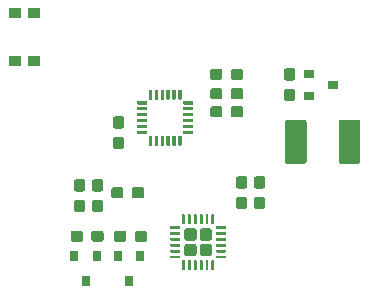
<source format=gbr>
G04 #@! TF.GenerationSoftware,KiCad,Pcbnew,(5.1.5)-3*
G04 #@! TF.CreationDate,2020-08-30T19:55:31+02:00*
G04 #@! TF.ProjectId,Drone_PCB,44726f6e-655f-4504-9342-2e6b69636164,rev?*
G04 #@! TF.SameCoordinates,Original*
G04 #@! TF.FileFunction,Paste,Bot*
G04 #@! TF.FilePolarity,Positive*
%FSLAX46Y46*%
G04 Gerber Fmt 4.6, Leading zero omitted, Abs format (unit mm)*
G04 Created by KiCad (PCBNEW (5.1.5)-3) date 2020-08-30 19:55:31*
%MOMM*%
%LPD*%
G04 APERTURE LIST*
%ADD10R,0.998220X0.899160*%
%ADD11R,0.797560X0.899160*%
%ADD12C,0.100000*%
%ADD13R,0.900000X0.800000*%
G04 APERTURE END LIST*
D10*
X56606440Y-45194220D03*
X56606440Y-49293780D03*
X58201560Y-49293780D03*
X58201560Y-45194220D03*
D11*
X66294000Y-67901820D03*
X67243960Y-65803780D03*
X65344040Y-65803780D03*
X62611000Y-67901820D03*
X63560960Y-65803780D03*
X61661040Y-65803780D03*
D12*
G36*
X65856779Y-63661144D02*
G01*
X65879834Y-63664563D01*
X65902443Y-63670227D01*
X65924387Y-63678079D01*
X65945457Y-63688044D01*
X65965448Y-63700026D01*
X65984168Y-63713910D01*
X66001438Y-63729562D01*
X66017090Y-63746832D01*
X66030974Y-63765552D01*
X66042956Y-63785543D01*
X66052921Y-63806613D01*
X66060773Y-63828557D01*
X66066437Y-63851166D01*
X66069856Y-63874221D01*
X66071000Y-63897500D01*
X66071000Y-64372500D01*
X66069856Y-64395779D01*
X66066437Y-64418834D01*
X66060773Y-64441443D01*
X66052921Y-64463387D01*
X66042956Y-64484457D01*
X66030974Y-64504448D01*
X66017090Y-64523168D01*
X66001438Y-64540438D01*
X65984168Y-64556090D01*
X65965448Y-64569974D01*
X65945457Y-64581956D01*
X65924387Y-64591921D01*
X65902443Y-64599773D01*
X65879834Y-64605437D01*
X65856779Y-64608856D01*
X65833500Y-64610000D01*
X65258500Y-64610000D01*
X65235221Y-64608856D01*
X65212166Y-64605437D01*
X65189557Y-64599773D01*
X65167613Y-64591921D01*
X65146543Y-64581956D01*
X65126552Y-64569974D01*
X65107832Y-64556090D01*
X65090562Y-64540438D01*
X65074910Y-64523168D01*
X65061026Y-64504448D01*
X65049044Y-64484457D01*
X65039079Y-64463387D01*
X65031227Y-64441443D01*
X65025563Y-64418834D01*
X65022144Y-64395779D01*
X65021000Y-64372500D01*
X65021000Y-63897500D01*
X65022144Y-63874221D01*
X65025563Y-63851166D01*
X65031227Y-63828557D01*
X65039079Y-63806613D01*
X65049044Y-63785543D01*
X65061026Y-63765552D01*
X65074910Y-63746832D01*
X65090562Y-63729562D01*
X65107832Y-63713910D01*
X65126552Y-63700026D01*
X65146543Y-63688044D01*
X65167613Y-63678079D01*
X65189557Y-63670227D01*
X65212166Y-63664563D01*
X65235221Y-63661144D01*
X65258500Y-63660000D01*
X65833500Y-63660000D01*
X65856779Y-63661144D01*
G37*
G36*
X67606779Y-63661144D02*
G01*
X67629834Y-63664563D01*
X67652443Y-63670227D01*
X67674387Y-63678079D01*
X67695457Y-63688044D01*
X67715448Y-63700026D01*
X67734168Y-63713910D01*
X67751438Y-63729562D01*
X67767090Y-63746832D01*
X67780974Y-63765552D01*
X67792956Y-63785543D01*
X67802921Y-63806613D01*
X67810773Y-63828557D01*
X67816437Y-63851166D01*
X67819856Y-63874221D01*
X67821000Y-63897500D01*
X67821000Y-64372500D01*
X67819856Y-64395779D01*
X67816437Y-64418834D01*
X67810773Y-64441443D01*
X67802921Y-64463387D01*
X67792956Y-64484457D01*
X67780974Y-64504448D01*
X67767090Y-64523168D01*
X67751438Y-64540438D01*
X67734168Y-64556090D01*
X67715448Y-64569974D01*
X67695457Y-64581956D01*
X67674387Y-64591921D01*
X67652443Y-64599773D01*
X67629834Y-64605437D01*
X67606779Y-64608856D01*
X67583500Y-64610000D01*
X67008500Y-64610000D01*
X66985221Y-64608856D01*
X66962166Y-64605437D01*
X66939557Y-64599773D01*
X66917613Y-64591921D01*
X66896543Y-64581956D01*
X66876552Y-64569974D01*
X66857832Y-64556090D01*
X66840562Y-64540438D01*
X66824910Y-64523168D01*
X66811026Y-64504448D01*
X66799044Y-64484457D01*
X66789079Y-64463387D01*
X66781227Y-64441443D01*
X66775563Y-64418834D01*
X66772144Y-64395779D01*
X66771000Y-64372500D01*
X66771000Y-63897500D01*
X66772144Y-63874221D01*
X66775563Y-63851166D01*
X66781227Y-63828557D01*
X66789079Y-63806613D01*
X66799044Y-63785543D01*
X66811026Y-63765552D01*
X66824910Y-63746832D01*
X66840562Y-63729562D01*
X66857832Y-63713910D01*
X66876552Y-63700026D01*
X66896543Y-63688044D01*
X66917613Y-63678079D01*
X66939557Y-63670227D01*
X66962166Y-63664563D01*
X66985221Y-63661144D01*
X67008500Y-63660000D01*
X67583500Y-63660000D01*
X67606779Y-63661144D01*
G37*
G36*
X81101505Y-54260204D02*
G01*
X81125773Y-54263804D01*
X81149572Y-54269765D01*
X81172671Y-54278030D01*
X81194850Y-54288520D01*
X81215893Y-54301132D01*
X81235599Y-54315747D01*
X81253777Y-54332223D01*
X81270253Y-54350401D01*
X81284868Y-54370107D01*
X81297480Y-54391150D01*
X81307970Y-54413329D01*
X81316235Y-54436428D01*
X81322196Y-54460227D01*
X81325796Y-54484495D01*
X81327000Y-54508999D01*
X81327000Y-57759001D01*
X81325796Y-57783505D01*
X81322196Y-57807773D01*
X81316235Y-57831572D01*
X81307970Y-57854671D01*
X81297480Y-57876850D01*
X81284868Y-57897893D01*
X81270253Y-57917599D01*
X81253777Y-57935777D01*
X81235599Y-57952253D01*
X81215893Y-57966868D01*
X81194850Y-57979480D01*
X81172671Y-57989970D01*
X81149572Y-57998235D01*
X81125773Y-58004196D01*
X81101505Y-58007796D01*
X81077001Y-58009000D01*
X79726999Y-58009000D01*
X79702495Y-58007796D01*
X79678227Y-58004196D01*
X79654428Y-57998235D01*
X79631329Y-57989970D01*
X79609150Y-57979480D01*
X79588107Y-57966868D01*
X79568401Y-57952253D01*
X79550223Y-57935777D01*
X79533747Y-57917599D01*
X79519132Y-57897893D01*
X79506520Y-57876850D01*
X79496030Y-57854671D01*
X79487765Y-57831572D01*
X79481804Y-57807773D01*
X79478204Y-57783505D01*
X79477000Y-57759001D01*
X79477000Y-54508999D01*
X79478204Y-54484495D01*
X79481804Y-54460227D01*
X79487765Y-54436428D01*
X79496030Y-54413329D01*
X79506520Y-54391150D01*
X79519132Y-54370107D01*
X79533747Y-54350401D01*
X79550223Y-54332223D01*
X79568401Y-54315747D01*
X79588107Y-54301132D01*
X79609150Y-54288520D01*
X79631329Y-54278030D01*
X79654428Y-54269765D01*
X79678227Y-54263804D01*
X79702495Y-54260204D01*
X79726999Y-54259000D01*
X81077001Y-54259000D01*
X81101505Y-54260204D01*
G37*
G36*
X85651505Y-54260204D02*
G01*
X85675773Y-54263804D01*
X85699572Y-54269765D01*
X85722671Y-54278030D01*
X85744850Y-54288520D01*
X85765893Y-54301132D01*
X85785599Y-54315747D01*
X85803777Y-54332223D01*
X85820253Y-54350401D01*
X85834868Y-54370107D01*
X85847480Y-54391150D01*
X85857970Y-54413329D01*
X85866235Y-54436428D01*
X85872196Y-54460227D01*
X85875796Y-54484495D01*
X85877000Y-54508999D01*
X85877000Y-57759001D01*
X85875796Y-57783505D01*
X85872196Y-57807773D01*
X85866235Y-57831572D01*
X85857970Y-57854671D01*
X85847480Y-57876850D01*
X85834868Y-57897893D01*
X85820253Y-57917599D01*
X85803777Y-57935777D01*
X85785599Y-57952253D01*
X85765893Y-57966868D01*
X85744850Y-57979480D01*
X85722671Y-57989970D01*
X85699572Y-57998235D01*
X85675773Y-58004196D01*
X85651505Y-58007796D01*
X85627001Y-58009000D01*
X84276999Y-58009000D01*
X84252495Y-58007796D01*
X84228227Y-58004196D01*
X84204428Y-57998235D01*
X84181329Y-57989970D01*
X84159150Y-57979480D01*
X84138107Y-57966868D01*
X84118401Y-57952253D01*
X84100223Y-57935777D01*
X84083747Y-57917599D01*
X84069132Y-57897893D01*
X84056520Y-57876850D01*
X84046030Y-57854671D01*
X84037765Y-57831572D01*
X84031804Y-57807773D01*
X84028204Y-57783505D01*
X84027000Y-57759001D01*
X84027000Y-54508999D01*
X84028204Y-54484495D01*
X84031804Y-54460227D01*
X84037765Y-54436428D01*
X84046030Y-54413329D01*
X84056520Y-54391150D01*
X84069132Y-54370107D01*
X84083747Y-54350401D01*
X84100223Y-54332223D01*
X84118401Y-54315747D01*
X84138107Y-54301132D01*
X84159150Y-54288520D01*
X84181329Y-54278030D01*
X84204428Y-54269765D01*
X84228227Y-54263804D01*
X84252495Y-54260204D01*
X84276999Y-54259000D01*
X85627001Y-54259000D01*
X85651505Y-54260204D01*
G37*
D13*
X83550000Y-51308000D03*
X81550000Y-50358000D03*
X81550000Y-52258000D03*
D12*
G36*
X73984779Y-51596144D02*
G01*
X74007834Y-51599563D01*
X74030443Y-51605227D01*
X74052387Y-51613079D01*
X74073457Y-51623044D01*
X74093448Y-51635026D01*
X74112168Y-51648910D01*
X74129438Y-51664562D01*
X74145090Y-51681832D01*
X74158974Y-51700552D01*
X74170956Y-51720543D01*
X74180921Y-51741613D01*
X74188773Y-51763557D01*
X74194437Y-51786166D01*
X74197856Y-51809221D01*
X74199000Y-51832500D01*
X74199000Y-52307500D01*
X74197856Y-52330779D01*
X74194437Y-52353834D01*
X74188773Y-52376443D01*
X74180921Y-52398387D01*
X74170956Y-52419457D01*
X74158974Y-52439448D01*
X74145090Y-52458168D01*
X74129438Y-52475438D01*
X74112168Y-52491090D01*
X74093448Y-52504974D01*
X74073457Y-52516956D01*
X74052387Y-52526921D01*
X74030443Y-52534773D01*
X74007834Y-52540437D01*
X73984779Y-52543856D01*
X73961500Y-52545000D01*
X73386500Y-52545000D01*
X73363221Y-52543856D01*
X73340166Y-52540437D01*
X73317557Y-52534773D01*
X73295613Y-52526921D01*
X73274543Y-52516956D01*
X73254552Y-52504974D01*
X73235832Y-52491090D01*
X73218562Y-52475438D01*
X73202910Y-52458168D01*
X73189026Y-52439448D01*
X73177044Y-52419457D01*
X73167079Y-52398387D01*
X73159227Y-52376443D01*
X73153563Y-52353834D01*
X73150144Y-52330779D01*
X73149000Y-52307500D01*
X73149000Y-51832500D01*
X73150144Y-51809221D01*
X73153563Y-51786166D01*
X73159227Y-51763557D01*
X73167079Y-51741613D01*
X73177044Y-51720543D01*
X73189026Y-51700552D01*
X73202910Y-51681832D01*
X73218562Y-51664562D01*
X73235832Y-51648910D01*
X73254552Y-51635026D01*
X73274543Y-51623044D01*
X73295613Y-51613079D01*
X73317557Y-51605227D01*
X73340166Y-51599563D01*
X73363221Y-51596144D01*
X73386500Y-51595000D01*
X73961500Y-51595000D01*
X73984779Y-51596144D01*
G37*
G36*
X75734779Y-51596144D02*
G01*
X75757834Y-51599563D01*
X75780443Y-51605227D01*
X75802387Y-51613079D01*
X75823457Y-51623044D01*
X75843448Y-51635026D01*
X75862168Y-51648910D01*
X75879438Y-51664562D01*
X75895090Y-51681832D01*
X75908974Y-51700552D01*
X75920956Y-51720543D01*
X75930921Y-51741613D01*
X75938773Y-51763557D01*
X75944437Y-51786166D01*
X75947856Y-51809221D01*
X75949000Y-51832500D01*
X75949000Y-52307500D01*
X75947856Y-52330779D01*
X75944437Y-52353834D01*
X75938773Y-52376443D01*
X75930921Y-52398387D01*
X75920956Y-52419457D01*
X75908974Y-52439448D01*
X75895090Y-52458168D01*
X75879438Y-52475438D01*
X75862168Y-52491090D01*
X75843448Y-52504974D01*
X75823457Y-52516956D01*
X75802387Y-52526921D01*
X75780443Y-52534773D01*
X75757834Y-52540437D01*
X75734779Y-52543856D01*
X75711500Y-52545000D01*
X75136500Y-52545000D01*
X75113221Y-52543856D01*
X75090166Y-52540437D01*
X75067557Y-52534773D01*
X75045613Y-52526921D01*
X75024543Y-52516956D01*
X75004552Y-52504974D01*
X74985832Y-52491090D01*
X74968562Y-52475438D01*
X74952910Y-52458168D01*
X74939026Y-52439448D01*
X74927044Y-52419457D01*
X74917079Y-52398387D01*
X74909227Y-52376443D01*
X74903563Y-52353834D01*
X74900144Y-52330779D01*
X74899000Y-52307500D01*
X74899000Y-51832500D01*
X74900144Y-51809221D01*
X74903563Y-51786166D01*
X74909227Y-51763557D01*
X74917079Y-51741613D01*
X74927044Y-51720543D01*
X74939026Y-51700552D01*
X74952910Y-51681832D01*
X74968562Y-51664562D01*
X74985832Y-51648910D01*
X75004552Y-51635026D01*
X75024543Y-51623044D01*
X75045613Y-51613079D01*
X75067557Y-51605227D01*
X75090166Y-51599563D01*
X75113221Y-51596144D01*
X75136500Y-51595000D01*
X75711500Y-51595000D01*
X75734779Y-51596144D01*
G37*
G36*
X75734779Y-49945144D02*
G01*
X75757834Y-49948563D01*
X75780443Y-49954227D01*
X75802387Y-49962079D01*
X75823457Y-49972044D01*
X75843448Y-49984026D01*
X75862168Y-49997910D01*
X75879438Y-50013562D01*
X75895090Y-50030832D01*
X75908974Y-50049552D01*
X75920956Y-50069543D01*
X75930921Y-50090613D01*
X75938773Y-50112557D01*
X75944437Y-50135166D01*
X75947856Y-50158221D01*
X75949000Y-50181500D01*
X75949000Y-50656500D01*
X75947856Y-50679779D01*
X75944437Y-50702834D01*
X75938773Y-50725443D01*
X75930921Y-50747387D01*
X75920956Y-50768457D01*
X75908974Y-50788448D01*
X75895090Y-50807168D01*
X75879438Y-50824438D01*
X75862168Y-50840090D01*
X75843448Y-50853974D01*
X75823457Y-50865956D01*
X75802387Y-50875921D01*
X75780443Y-50883773D01*
X75757834Y-50889437D01*
X75734779Y-50892856D01*
X75711500Y-50894000D01*
X75136500Y-50894000D01*
X75113221Y-50892856D01*
X75090166Y-50889437D01*
X75067557Y-50883773D01*
X75045613Y-50875921D01*
X75024543Y-50865956D01*
X75004552Y-50853974D01*
X74985832Y-50840090D01*
X74968562Y-50824438D01*
X74952910Y-50807168D01*
X74939026Y-50788448D01*
X74927044Y-50768457D01*
X74917079Y-50747387D01*
X74909227Y-50725443D01*
X74903563Y-50702834D01*
X74900144Y-50679779D01*
X74899000Y-50656500D01*
X74899000Y-50181500D01*
X74900144Y-50158221D01*
X74903563Y-50135166D01*
X74909227Y-50112557D01*
X74917079Y-50090613D01*
X74927044Y-50069543D01*
X74939026Y-50049552D01*
X74952910Y-50030832D01*
X74968562Y-50013562D01*
X74985832Y-49997910D01*
X75004552Y-49984026D01*
X75024543Y-49972044D01*
X75045613Y-49962079D01*
X75067557Y-49954227D01*
X75090166Y-49948563D01*
X75113221Y-49945144D01*
X75136500Y-49944000D01*
X75711500Y-49944000D01*
X75734779Y-49945144D01*
G37*
G36*
X73984779Y-49945144D02*
G01*
X74007834Y-49948563D01*
X74030443Y-49954227D01*
X74052387Y-49962079D01*
X74073457Y-49972044D01*
X74093448Y-49984026D01*
X74112168Y-49997910D01*
X74129438Y-50013562D01*
X74145090Y-50030832D01*
X74158974Y-50049552D01*
X74170956Y-50069543D01*
X74180921Y-50090613D01*
X74188773Y-50112557D01*
X74194437Y-50135166D01*
X74197856Y-50158221D01*
X74199000Y-50181500D01*
X74199000Y-50656500D01*
X74197856Y-50679779D01*
X74194437Y-50702834D01*
X74188773Y-50725443D01*
X74180921Y-50747387D01*
X74170956Y-50768457D01*
X74158974Y-50788448D01*
X74145090Y-50807168D01*
X74129438Y-50824438D01*
X74112168Y-50840090D01*
X74093448Y-50853974D01*
X74073457Y-50865956D01*
X74052387Y-50875921D01*
X74030443Y-50883773D01*
X74007834Y-50889437D01*
X73984779Y-50892856D01*
X73961500Y-50894000D01*
X73386500Y-50894000D01*
X73363221Y-50892856D01*
X73340166Y-50889437D01*
X73317557Y-50883773D01*
X73295613Y-50875921D01*
X73274543Y-50865956D01*
X73254552Y-50853974D01*
X73235832Y-50840090D01*
X73218562Y-50824438D01*
X73202910Y-50807168D01*
X73189026Y-50788448D01*
X73177044Y-50768457D01*
X73167079Y-50747387D01*
X73159227Y-50725443D01*
X73153563Y-50702834D01*
X73150144Y-50679779D01*
X73149000Y-50656500D01*
X73149000Y-50181500D01*
X73150144Y-50158221D01*
X73153563Y-50135166D01*
X73159227Y-50112557D01*
X73167079Y-50090613D01*
X73177044Y-50069543D01*
X73189026Y-50049552D01*
X73202910Y-50030832D01*
X73218562Y-50013562D01*
X73235832Y-49997910D01*
X73254552Y-49984026D01*
X73274543Y-49972044D01*
X73295613Y-49962079D01*
X73317557Y-49954227D01*
X73340166Y-49948563D01*
X73363221Y-49945144D01*
X73386500Y-49944000D01*
X73961500Y-49944000D01*
X73984779Y-49945144D01*
G37*
G36*
X80143779Y-49909144D02*
G01*
X80166834Y-49912563D01*
X80189443Y-49918227D01*
X80211387Y-49926079D01*
X80232457Y-49936044D01*
X80252448Y-49948026D01*
X80271168Y-49961910D01*
X80288438Y-49977562D01*
X80304090Y-49994832D01*
X80317974Y-50013552D01*
X80329956Y-50033543D01*
X80339921Y-50054613D01*
X80347773Y-50076557D01*
X80353437Y-50099166D01*
X80356856Y-50122221D01*
X80358000Y-50145500D01*
X80358000Y-50720500D01*
X80356856Y-50743779D01*
X80353437Y-50766834D01*
X80347773Y-50789443D01*
X80339921Y-50811387D01*
X80329956Y-50832457D01*
X80317974Y-50852448D01*
X80304090Y-50871168D01*
X80288438Y-50888438D01*
X80271168Y-50904090D01*
X80252448Y-50917974D01*
X80232457Y-50929956D01*
X80211387Y-50939921D01*
X80189443Y-50947773D01*
X80166834Y-50953437D01*
X80143779Y-50956856D01*
X80120500Y-50958000D01*
X79645500Y-50958000D01*
X79622221Y-50956856D01*
X79599166Y-50953437D01*
X79576557Y-50947773D01*
X79554613Y-50939921D01*
X79533543Y-50929956D01*
X79513552Y-50917974D01*
X79494832Y-50904090D01*
X79477562Y-50888438D01*
X79461910Y-50871168D01*
X79448026Y-50852448D01*
X79436044Y-50832457D01*
X79426079Y-50811387D01*
X79418227Y-50789443D01*
X79412563Y-50766834D01*
X79409144Y-50743779D01*
X79408000Y-50720500D01*
X79408000Y-50145500D01*
X79409144Y-50122221D01*
X79412563Y-50099166D01*
X79418227Y-50076557D01*
X79426079Y-50054613D01*
X79436044Y-50033543D01*
X79448026Y-50013552D01*
X79461910Y-49994832D01*
X79477562Y-49977562D01*
X79494832Y-49961910D01*
X79513552Y-49948026D01*
X79533543Y-49936044D01*
X79554613Y-49926079D01*
X79576557Y-49918227D01*
X79599166Y-49912563D01*
X79622221Y-49909144D01*
X79645500Y-49908000D01*
X80120500Y-49908000D01*
X80143779Y-49909144D01*
G37*
G36*
X80143779Y-51659144D02*
G01*
X80166834Y-51662563D01*
X80189443Y-51668227D01*
X80211387Y-51676079D01*
X80232457Y-51686044D01*
X80252448Y-51698026D01*
X80271168Y-51711910D01*
X80288438Y-51727562D01*
X80304090Y-51744832D01*
X80317974Y-51763552D01*
X80329956Y-51783543D01*
X80339921Y-51804613D01*
X80347773Y-51826557D01*
X80353437Y-51849166D01*
X80356856Y-51872221D01*
X80358000Y-51895500D01*
X80358000Y-52470500D01*
X80356856Y-52493779D01*
X80353437Y-52516834D01*
X80347773Y-52539443D01*
X80339921Y-52561387D01*
X80329956Y-52582457D01*
X80317974Y-52602448D01*
X80304090Y-52621168D01*
X80288438Y-52638438D01*
X80271168Y-52654090D01*
X80252448Y-52667974D01*
X80232457Y-52679956D01*
X80211387Y-52689921D01*
X80189443Y-52697773D01*
X80166834Y-52703437D01*
X80143779Y-52706856D01*
X80120500Y-52708000D01*
X79645500Y-52708000D01*
X79622221Y-52706856D01*
X79599166Y-52703437D01*
X79576557Y-52697773D01*
X79554613Y-52689921D01*
X79533543Y-52679956D01*
X79513552Y-52667974D01*
X79494832Y-52654090D01*
X79477562Y-52638438D01*
X79461910Y-52621168D01*
X79448026Y-52602448D01*
X79436044Y-52582457D01*
X79426079Y-52561387D01*
X79418227Y-52539443D01*
X79412563Y-52516834D01*
X79409144Y-52493779D01*
X79408000Y-52470500D01*
X79408000Y-51895500D01*
X79409144Y-51872221D01*
X79412563Y-51849166D01*
X79418227Y-51826557D01*
X79426079Y-51804613D01*
X79436044Y-51783543D01*
X79448026Y-51763552D01*
X79461910Y-51744832D01*
X79477562Y-51727562D01*
X79494832Y-51711910D01*
X79513552Y-51698026D01*
X79533543Y-51686044D01*
X79554613Y-51676079D01*
X79576557Y-51668227D01*
X79599166Y-51662563D01*
X79622221Y-51659144D01*
X79645500Y-51658000D01*
X80120500Y-51658000D01*
X80143779Y-51659144D01*
G37*
G36*
X65665779Y-55723144D02*
G01*
X65688834Y-55726563D01*
X65711443Y-55732227D01*
X65733387Y-55740079D01*
X65754457Y-55750044D01*
X65774448Y-55762026D01*
X65793168Y-55775910D01*
X65810438Y-55791562D01*
X65826090Y-55808832D01*
X65839974Y-55827552D01*
X65851956Y-55847543D01*
X65861921Y-55868613D01*
X65869773Y-55890557D01*
X65875437Y-55913166D01*
X65878856Y-55936221D01*
X65880000Y-55959500D01*
X65880000Y-56534500D01*
X65878856Y-56557779D01*
X65875437Y-56580834D01*
X65869773Y-56603443D01*
X65861921Y-56625387D01*
X65851956Y-56646457D01*
X65839974Y-56666448D01*
X65826090Y-56685168D01*
X65810438Y-56702438D01*
X65793168Y-56718090D01*
X65774448Y-56731974D01*
X65754457Y-56743956D01*
X65733387Y-56753921D01*
X65711443Y-56761773D01*
X65688834Y-56767437D01*
X65665779Y-56770856D01*
X65642500Y-56772000D01*
X65167500Y-56772000D01*
X65144221Y-56770856D01*
X65121166Y-56767437D01*
X65098557Y-56761773D01*
X65076613Y-56753921D01*
X65055543Y-56743956D01*
X65035552Y-56731974D01*
X65016832Y-56718090D01*
X64999562Y-56702438D01*
X64983910Y-56685168D01*
X64970026Y-56666448D01*
X64958044Y-56646457D01*
X64948079Y-56625387D01*
X64940227Y-56603443D01*
X64934563Y-56580834D01*
X64931144Y-56557779D01*
X64930000Y-56534500D01*
X64930000Y-55959500D01*
X64931144Y-55936221D01*
X64934563Y-55913166D01*
X64940227Y-55890557D01*
X64948079Y-55868613D01*
X64958044Y-55847543D01*
X64970026Y-55827552D01*
X64983910Y-55808832D01*
X64999562Y-55791562D01*
X65016832Y-55775910D01*
X65035552Y-55762026D01*
X65055543Y-55750044D01*
X65076613Y-55740079D01*
X65098557Y-55732227D01*
X65121166Y-55726563D01*
X65144221Y-55723144D01*
X65167500Y-55722000D01*
X65642500Y-55722000D01*
X65665779Y-55723144D01*
G37*
G36*
X65665779Y-53973144D02*
G01*
X65688834Y-53976563D01*
X65711443Y-53982227D01*
X65733387Y-53990079D01*
X65754457Y-54000044D01*
X65774448Y-54012026D01*
X65793168Y-54025910D01*
X65810438Y-54041562D01*
X65826090Y-54058832D01*
X65839974Y-54077552D01*
X65851956Y-54097543D01*
X65861921Y-54118613D01*
X65869773Y-54140557D01*
X65875437Y-54163166D01*
X65878856Y-54186221D01*
X65880000Y-54209500D01*
X65880000Y-54784500D01*
X65878856Y-54807779D01*
X65875437Y-54830834D01*
X65869773Y-54853443D01*
X65861921Y-54875387D01*
X65851956Y-54896457D01*
X65839974Y-54916448D01*
X65826090Y-54935168D01*
X65810438Y-54952438D01*
X65793168Y-54968090D01*
X65774448Y-54981974D01*
X65754457Y-54993956D01*
X65733387Y-55003921D01*
X65711443Y-55011773D01*
X65688834Y-55017437D01*
X65665779Y-55020856D01*
X65642500Y-55022000D01*
X65167500Y-55022000D01*
X65144221Y-55020856D01*
X65121166Y-55017437D01*
X65098557Y-55011773D01*
X65076613Y-55003921D01*
X65055543Y-54993956D01*
X65035552Y-54981974D01*
X65016832Y-54968090D01*
X64999562Y-54952438D01*
X64983910Y-54935168D01*
X64970026Y-54916448D01*
X64958044Y-54896457D01*
X64948079Y-54875387D01*
X64940227Y-54853443D01*
X64934563Y-54830834D01*
X64931144Y-54807779D01*
X64930000Y-54784500D01*
X64930000Y-54209500D01*
X64931144Y-54186221D01*
X64934563Y-54163166D01*
X64940227Y-54140557D01*
X64948079Y-54118613D01*
X64958044Y-54097543D01*
X64970026Y-54077552D01*
X64983910Y-54058832D01*
X64999562Y-54041562D01*
X65016832Y-54025910D01*
X65035552Y-54012026D01*
X65055543Y-54000044D01*
X65076613Y-53990079D01*
X65098557Y-53982227D01*
X65121166Y-53976563D01*
X65144221Y-53973144D01*
X65167500Y-53972000D01*
X65642500Y-53972000D01*
X65665779Y-53973144D01*
G37*
G36*
X75734779Y-53120144D02*
G01*
X75757834Y-53123563D01*
X75780443Y-53129227D01*
X75802387Y-53137079D01*
X75823457Y-53147044D01*
X75843448Y-53159026D01*
X75862168Y-53172910D01*
X75879438Y-53188562D01*
X75895090Y-53205832D01*
X75908974Y-53224552D01*
X75920956Y-53244543D01*
X75930921Y-53265613D01*
X75938773Y-53287557D01*
X75944437Y-53310166D01*
X75947856Y-53333221D01*
X75949000Y-53356500D01*
X75949000Y-53831500D01*
X75947856Y-53854779D01*
X75944437Y-53877834D01*
X75938773Y-53900443D01*
X75930921Y-53922387D01*
X75920956Y-53943457D01*
X75908974Y-53963448D01*
X75895090Y-53982168D01*
X75879438Y-53999438D01*
X75862168Y-54015090D01*
X75843448Y-54028974D01*
X75823457Y-54040956D01*
X75802387Y-54050921D01*
X75780443Y-54058773D01*
X75757834Y-54064437D01*
X75734779Y-54067856D01*
X75711500Y-54069000D01*
X75136500Y-54069000D01*
X75113221Y-54067856D01*
X75090166Y-54064437D01*
X75067557Y-54058773D01*
X75045613Y-54050921D01*
X75024543Y-54040956D01*
X75004552Y-54028974D01*
X74985832Y-54015090D01*
X74968562Y-53999438D01*
X74952910Y-53982168D01*
X74939026Y-53963448D01*
X74927044Y-53943457D01*
X74917079Y-53922387D01*
X74909227Y-53900443D01*
X74903563Y-53877834D01*
X74900144Y-53854779D01*
X74899000Y-53831500D01*
X74899000Y-53356500D01*
X74900144Y-53333221D01*
X74903563Y-53310166D01*
X74909227Y-53287557D01*
X74917079Y-53265613D01*
X74927044Y-53244543D01*
X74939026Y-53224552D01*
X74952910Y-53205832D01*
X74968562Y-53188562D01*
X74985832Y-53172910D01*
X75004552Y-53159026D01*
X75024543Y-53147044D01*
X75045613Y-53137079D01*
X75067557Y-53129227D01*
X75090166Y-53123563D01*
X75113221Y-53120144D01*
X75136500Y-53119000D01*
X75711500Y-53119000D01*
X75734779Y-53120144D01*
G37*
G36*
X73984779Y-53120144D02*
G01*
X74007834Y-53123563D01*
X74030443Y-53129227D01*
X74052387Y-53137079D01*
X74073457Y-53147044D01*
X74093448Y-53159026D01*
X74112168Y-53172910D01*
X74129438Y-53188562D01*
X74145090Y-53205832D01*
X74158974Y-53224552D01*
X74170956Y-53244543D01*
X74180921Y-53265613D01*
X74188773Y-53287557D01*
X74194437Y-53310166D01*
X74197856Y-53333221D01*
X74199000Y-53356500D01*
X74199000Y-53831500D01*
X74197856Y-53854779D01*
X74194437Y-53877834D01*
X74188773Y-53900443D01*
X74180921Y-53922387D01*
X74170956Y-53943457D01*
X74158974Y-53963448D01*
X74145090Y-53982168D01*
X74129438Y-53999438D01*
X74112168Y-54015090D01*
X74093448Y-54028974D01*
X74073457Y-54040956D01*
X74052387Y-54050921D01*
X74030443Y-54058773D01*
X74007834Y-54064437D01*
X73984779Y-54067856D01*
X73961500Y-54069000D01*
X73386500Y-54069000D01*
X73363221Y-54067856D01*
X73340166Y-54064437D01*
X73317557Y-54058773D01*
X73295613Y-54050921D01*
X73274543Y-54040956D01*
X73254552Y-54028974D01*
X73235832Y-54015090D01*
X73218562Y-53999438D01*
X73202910Y-53982168D01*
X73189026Y-53963448D01*
X73177044Y-53943457D01*
X73167079Y-53922387D01*
X73159227Y-53900443D01*
X73153563Y-53877834D01*
X73150144Y-53854779D01*
X73149000Y-53831500D01*
X73149000Y-53356500D01*
X73150144Y-53333221D01*
X73153563Y-53310166D01*
X73159227Y-53287557D01*
X73167079Y-53265613D01*
X73177044Y-53244543D01*
X73189026Y-53224552D01*
X73202910Y-53205832D01*
X73218562Y-53188562D01*
X73235832Y-53172910D01*
X73254552Y-53159026D01*
X73274543Y-53147044D01*
X73295613Y-53137079D01*
X73317557Y-53129227D01*
X73340166Y-53123563D01*
X73363221Y-53120144D01*
X73386500Y-53119000D01*
X73961500Y-53119000D01*
X73984779Y-53120144D01*
G37*
G36*
X62363779Y-59307144D02*
G01*
X62386834Y-59310563D01*
X62409443Y-59316227D01*
X62431387Y-59324079D01*
X62452457Y-59334044D01*
X62472448Y-59346026D01*
X62491168Y-59359910D01*
X62508438Y-59375562D01*
X62524090Y-59392832D01*
X62537974Y-59411552D01*
X62549956Y-59431543D01*
X62559921Y-59452613D01*
X62567773Y-59474557D01*
X62573437Y-59497166D01*
X62576856Y-59520221D01*
X62578000Y-59543500D01*
X62578000Y-60118500D01*
X62576856Y-60141779D01*
X62573437Y-60164834D01*
X62567773Y-60187443D01*
X62559921Y-60209387D01*
X62549956Y-60230457D01*
X62537974Y-60250448D01*
X62524090Y-60269168D01*
X62508438Y-60286438D01*
X62491168Y-60302090D01*
X62472448Y-60315974D01*
X62452457Y-60327956D01*
X62431387Y-60337921D01*
X62409443Y-60345773D01*
X62386834Y-60351437D01*
X62363779Y-60354856D01*
X62340500Y-60356000D01*
X61865500Y-60356000D01*
X61842221Y-60354856D01*
X61819166Y-60351437D01*
X61796557Y-60345773D01*
X61774613Y-60337921D01*
X61753543Y-60327956D01*
X61733552Y-60315974D01*
X61714832Y-60302090D01*
X61697562Y-60286438D01*
X61681910Y-60269168D01*
X61668026Y-60250448D01*
X61656044Y-60230457D01*
X61646079Y-60209387D01*
X61638227Y-60187443D01*
X61632563Y-60164834D01*
X61629144Y-60141779D01*
X61628000Y-60118500D01*
X61628000Y-59543500D01*
X61629144Y-59520221D01*
X61632563Y-59497166D01*
X61638227Y-59474557D01*
X61646079Y-59452613D01*
X61656044Y-59431543D01*
X61668026Y-59411552D01*
X61681910Y-59392832D01*
X61697562Y-59375562D01*
X61714832Y-59359910D01*
X61733552Y-59346026D01*
X61753543Y-59334044D01*
X61774613Y-59324079D01*
X61796557Y-59316227D01*
X61819166Y-59310563D01*
X61842221Y-59307144D01*
X61865500Y-59306000D01*
X62340500Y-59306000D01*
X62363779Y-59307144D01*
G37*
G36*
X62363779Y-61057144D02*
G01*
X62386834Y-61060563D01*
X62409443Y-61066227D01*
X62431387Y-61074079D01*
X62452457Y-61084044D01*
X62472448Y-61096026D01*
X62491168Y-61109910D01*
X62508438Y-61125562D01*
X62524090Y-61142832D01*
X62537974Y-61161552D01*
X62549956Y-61181543D01*
X62559921Y-61202613D01*
X62567773Y-61224557D01*
X62573437Y-61247166D01*
X62576856Y-61270221D01*
X62578000Y-61293500D01*
X62578000Y-61868500D01*
X62576856Y-61891779D01*
X62573437Y-61914834D01*
X62567773Y-61937443D01*
X62559921Y-61959387D01*
X62549956Y-61980457D01*
X62537974Y-62000448D01*
X62524090Y-62019168D01*
X62508438Y-62036438D01*
X62491168Y-62052090D01*
X62472448Y-62065974D01*
X62452457Y-62077956D01*
X62431387Y-62087921D01*
X62409443Y-62095773D01*
X62386834Y-62101437D01*
X62363779Y-62104856D01*
X62340500Y-62106000D01*
X61865500Y-62106000D01*
X61842221Y-62104856D01*
X61819166Y-62101437D01*
X61796557Y-62095773D01*
X61774613Y-62087921D01*
X61753543Y-62077956D01*
X61733552Y-62065974D01*
X61714832Y-62052090D01*
X61697562Y-62036438D01*
X61681910Y-62019168D01*
X61668026Y-62000448D01*
X61656044Y-61980457D01*
X61646079Y-61959387D01*
X61638227Y-61937443D01*
X61632563Y-61914834D01*
X61629144Y-61891779D01*
X61628000Y-61868500D01*
X61628000Y-61293500D01*
X61629144Y-61270221D01*
X61632563Y-61247166D01*
X61638227Y-61224557D01*
X61646079Y-61202613D01*
X61656044Y-61181543D01*
X61668026Y-61161552D01*
X61681910Y-61142832D01*
X61697562Y-61125562D01*
X61714832Y-61109910D01*
X61733552Y-61096026D01*
X61753543Y-61084044D01*
X61774613Y-61074079D01*
X61796557Y-61066227D01*
X61819166Y-61060563D01*
X61842221Y-61057144D01*
X61865500Y-61056000D01*
X62340500Y-61056000D01*
X62363779Y-61057144D01*
G37*
G36*
X63887779Y-59307144D02*
G01*
X63910834Y-59310563D01*
X63933443Y-59316227D01*
X63955387Y-59324079D01*
X63976457Y-59334044D01*
X63996448Y-59346026D01*
X64015168Y-59359910D01*
X64032438Y-59375562D01*
X64048090Y-59392832D01*
X64061974Y-59411552D01*
X64073956Y-59431543D01*
X64083921Y-59452613D01*
X64091773Y-59474557D01*
X64097437Y-59497166D01*
X64100856Y-59520221D01*
X64102000Y-59543500D01*
X64102000Y-60118500D01*
X64100856Y-60141779D01*
X64097437Y-60164834D01*
X64091773Y-60187443D01*
X64083921Y-60209387D01*
X64073956Y-60230457D01*
X64061974Y-60250448D01*
X64048090Y-60269168D01*
X64032438Y-60286438D01*
X64015168Y-60302090D01*
X63996448Y-60315974D01*
X63976457Y-60327956D01*
X63955387Y-60337921D01*
X63933443Y-60345773D01*
X63910834Y-60351437D01*
X63887779Y-60354856D01*
X63864500Y-60356000D01*
X63389500Y-60356000D01*
X63366221Y-60354856D01*
X63343166Y-60351437D01*
X63320557Y-60345773D01*
X63298613Y-60337921D01*
X63277543Y-60327956D01*
X63257552Y-60315974D01*
X63238832Y-60302090D01*
X63221562Y-60286438D01*
X63205910Y-60269168D01*
X63192026Y-60250448D01*
X63180044Y-60230457D01*
X63170079Y-60209387D01*
X63162227Y-60187443D01*
X63156563Y-60164834D01*
X63153144Y-60141779D01*
X63152000Y-60118500D01*
X63152000Y-59543500D01*
X63153144Y-59520221D01*
X63156563Y-59497166D01*
X63162227Y-59474557D01*
X63170079Y-59452613D01*
X63180044Y-59431543D01*
X63192026Y-59411552D01*
X63205910Y-59392832D01*
X63221562Y-59375562D01*
X63238832Y-59359910D01*
X63257552Y-59346026D01*
X63277543Y-59334044D01*
X63298613Y-59324079D01*
X63320557Y-59316227D01*
X63343166Y-59310563D01*
X63366221Y-59307144D01*
X63389500Y-59306000D01*
X63864500Y-59306000D01*
X63887779Y-59307144D01*
G37*
G36*
X63887779Y-61057144D02*
G01*
X63910834Y-61060563D01*
X63933443Y-61066227D01*
X63955387Y-61074079D01*
X63976457Y-61084044D01*
X63996448Y-61096026D01*
X64015168Y-61109910D01*
X64032438Y-61125562D01*
X64048090Y-61142832D01*
X64061974Y-61161552D01*
X64073956Y-61181543D01*
X64083921Y-61202613D01*
X64091773Y-61224557D01*
X64097437Y-61247166D01*
X64100856Y-61270221D01*
X64102000Y-61293500D01*
X64102000Y-61868500D01*
X64100856Y-61891779D01*
X64097437Y-61914834D01*
X64091773Y-61937443D01*
X64083921Y-61959387D01*
X64073956Y-61980457D01*
X64061974Y-62000448D01*
X64048090Y-62019168D01*
X64032438Y-62036438D01*
X64015168Y-62052090D01*
X63996448Y-62065974D01*
X63976457Y-62077956D01*
X63955387Y-62087921D01*
X63933443Y-62095773D01*
X63910834Y-62101437D01*
X63887779Y-62104856D01*
X63864500Y-62106000D01*
X63389500Y-62106000D01*
X63366221Y-62104856D01*
X63343166Y-62101437D01*
X63320557Y-62095773D01*
X63298613Y-62087921D01*
X63277543Y-62077956D01*
X63257552Y-62065974D01*
X63238832Y-62052090D01*
X63221562Y-62036438D01*
X63205910Y-62019168D01*
X63192026Y-62000448D01*
X63180044Y-61980457D01*
X63170079Y-61959387D01*
X63162227Y-61937443D01*
X63156563Y-61914834D01*
X63153144Y-61891779D01*
X63152000Y-61868500D01*
X63152000Y-61293500D01*
X63153144Y-61270221D01*
X63156563Y-61247166D01*
X63162227Y-61224557D01*
X63170079Y-61202613D01*
X63180044Y-61181543D01*
X63192026Y-61161552D01*
X63205910Y-61142832D01*
X63221562Y-61125562D01*
X63238832Y-61109910D01*
X63257552Y-61096026D01*
X63277543Y-61084044D01*
X63298613Y-61074079D01*
X63320557Y-61066227D01*
X63343166Y-61060563D01*
X63366221Y-61057144D01*
X63389500Y-61056000D01*
X63864500Y-61056000D01*
X63887779Y-61057144D01*
G37*
G36*
X67352779Y-59978144D02*
G01*
X67375834Y-59981563D01*
X67398443Y-59987227D01*
X67420387Y-59995079D01*
X67441457Y-60005044D01*
X67461448Y-60017026D01*
X67480168Y-60030910D01*
X67497438Y-60046562D01*
X67513090Y-60063832D01*
X67526974Y-60082552D01*
X67538956Y-60102543D01*
X67548921Y-60123613D01*
X67556773Y-60145557D01*
X67562437Y-60168166D01*
X67565856Y-60191221D01*
X67567000Y-60214500D01*
X67567000Y-60689500D01*
X67565856Y-60712779D01*
X67562437Y-60735834D01*
X67556773Y-60758443D01*
X67548921Y-60780387D01*
X67538956Y-60801457D01*
X67526974Y-60821448D01*
X67513090Y-60840168D01*
X67497438Y-60857438D01*
X67480168Y-60873090D01*
X67461448Y-60886974D01*
X67441457Y-60898956D01*
X67420387Y-60908921D01*
X67398443Y-60916773D01*
X67375834Y-60922437D01*
X67352779Y-60925856D01*
X67329500Y-60927000D01*
X66754500Y-60927000D01*
X66731221Y-60925856D01*
X66708166Y-60922437D01*
X66685557Y-60916773D01*
X66663613Y-60908921D01*
X66642543Y-60898956D01*
X66622552Y-60886974D01*
X66603832Y-60873090D01*
X66586562Y-60857438D01*
X66570910Y-60840168D01*
X66557026Y-60821448D01*
X66545044Y-60801457D01*
X66535079Y-60780387D01*
X66527227Y-60758443D01*
X66521563Y-60735834D01*
X66518144Y-60712779D01*
X66517000Y-60689500D01*
X66517000Y-60214500D01*
X66518144Y-60191221D01*
X66521563Y-60168166D01*
X66527227Y-60145557D01*
X66535079Y-60123613D01*
X66545044Y-60102543D01*
X66557026Y-60082552D01*
X66570910Y-60063832D01*
X66586562Y-60046562D01*
X66603832Y-60030910D01*
X66622552Y-60017026D01*
X66642543Y-60005044D01*
X66663613Y-59995079D01*
X66685557Y-59987227D01*
X66708166Y-59981563D01*
X66731221Y-59978144D01*
X66754500Y-59977000D01*
X67329500Y-59977000D01*
X67352779Y-59978144D01*
G37*
G36*
X65602779Y-59978144D02*
G01*
X65625834Y-59981563D01*
X65648443Y-59987227D01*
X65670387Y-59995079D01*
X65691457Y-60005044D01*
X65711448Y-60017026D01*
X65730168Y-60030910D01*
X65747438Y-60046562D01*
X65763090Y-60063832D01*
X65776974Y-60082552D01*
X65788956Y-60102543D01*
X65798921Y-60123613D01*
X65806773Y-60145557D01*
X65812437Y-60168166D01*
X65815856Y-60191221D01*
X65817000Y-60214500D01*
X65817000Y-60689500D01*
X65815856Y-60712779D01*
X65812437Y-60735834D01*
X65806773Y-60758443D01*
X65798921Y-60780387D01*
X65788956Y-60801457D01*
X65776974Y-60821448D01*
X65763090Y-60840168D01*
X65747438Y-60857438D01*
X65730168Y-60873090D01*
X65711448Y-60886974D01*
X65691457Y-60898956D01*
X65670387Y-60908921D01*
X65648443Y-60916773D01*
X65625834Y-60922437D01*
X65602779Y-60925856D01*
X65579500Y-60927000D01*
X65004500Y-60927000D01*
X64981221Y-60925856D01*
X64958166Y-60922437D01*
X64935557Y-60916773D01*
X64913613Y-60908921D01*
X64892543Y-60898956D01*
X64872552Y-60886974D01*
X64853832Y-60873090D01*
X64836562Y-60857438D01*
X64820910Y-60840168D01*
X64807026Y-60821448D01*
X64795044Y-60801457D01*
X64785079Y-60780387D01*
X64777227Y-60758443D01*
X64771563Y-60735834D01*
X64768144Y-60712779D01*
X64767000Y-60689500D01*
X64767000Y-60214500D01*
X64768144Y-60191221D01*
X64771563Y-60168166D01*
X64777227Y-60145557D01*
X64785079Y-60123613D01*
X64795044Y-60102543D01*
X64807026Y-60082552D01*
X64820910Y-60063832D01*
X64836562Y-60046562D01*
X64853832Y-60030910D01*
X64872552Y-60017026D01*
X64892543Y-60005044D01*
X64913613Y-59995079D01*
X64935557Y-59987227D01*
X64958166Y-59981563D01*
X64981221Y-59978144D01*
X65004500Y-59977000D01*
X65579500Y-59977000D01*
X65602779Y-59978144D01*
G37*
G36*
X67763351Y-52688361D02*
G01*
X67770632Y-52689441D01*
X67777771Y-52691229D01*
X67784701Y-52693709D01*
X67791355Y-52696856D01*
X67797668Y-52700640D01*
X67803579Y-52705024D01*
X67809033Y-52709967D01*
X67813976Y-52715421D01*
X67818360Y-52721332D01*
X67822144Y-52727645D01*
X67825291Y-52734299D01*
X67827771Y-52741229D01*
X67829559Y-52748368D01*
X67830639Y-52755649D01*
X67831000Y-52763000D01*
X67831000Y-52913000D01*
X67830639Y-52920351D01*
X67829559Y-52927632D01*
X67827771Y-52934771D01*
X67825291Y-52941701D01*
X67822144Y-52948355D01*
X67818360Y-52954668D01*
X67813976Y-52960579D01*
X67809033Y-52966033D01*
X67803579Y-52970976D01*
X67797668Y-52975360D01*
X67791355Y-52979144D01*
X67784701Y-52982291D01*
X67777771Y-52984771D01*
X67770632Y-52986559D01*
X67763351Y-52987639D01*
X67756000Y-52988000D01*
X67056000Y-52988000D01*
X67048649Y-52987639D01*
X67041368Y-52986559D01*
X67034229Y-52984771D01*
X67027299Y-52982291D01*
X67020645Y-52979144D01*
X67014332Y-52975360D01*
X67008421Y-52970976D01*
X67002967Y-52966033D01*
X66998024Y-52960579D01*
X66993640Y-52954668D01*
X66989856Y-52948355D01*
X66986709Y-52941701D01*
X66984229Y-52934771D01*
X66982441Y-52927632D01*
X66981361Y-52920351D01*
X66981000Y-52913000D01*
X66981000Y-52763000D01*
X66981361Y-52755649D01*
X66982441Y-52748368D01*
X66984229Y-52741229D01*
X66986709Y-52734299D01*
X66989856Y-52727645D01*
X66993640Y-52721332D01*
X66998024Y-52715421D01*
X67002967Y-52709967D01*
X67008421Y-52705024D01*
X67014332Y-52700640D01*
X67020645Y-52696856D01*
X67027299Y-52693709D01*
X67034229Y-52691229D01*
X67041368Y-52689441D01*
X67048649Y-52688361D01*
X67056000Y-52688000D01*
X67756000Y-52688000D01*
X67763351Y-52688361D01*
G37*
G36*
X67763351Y-53188361D02*
G01*
X67770632Y-53189441D01*
X67777771Y-53191229D01*
X67784701Y-53193709D01*
X67791355Y-53196856D01*
X67797668Y-53200640D01*
X67803579Y-53205024D01*
X67809033Y-53209967D01*
X67813976Y-53215421D01*
X67818360Y-53221332D01*
X67822144Y-53227645D01*
X67825291Y-53234299D01*
X67827771Y-53241229D01*
X67829559Y-53248368D01*
X67830639Y-53255649D01*
X67831000Y-53263000D01*
X67831000Y-53413000D01*
X67830639Y-53420351D01*
X67829559Y-53427632D01*
X67827771Y-53434771D01*
X67825291Y-53441701D01*
X67822144Y-53448355D01*
X67818360Y-53454668D01*
X67813976Y-53460579D01*
X67809033Y-53466033D01*
X67803579Y-53470976D01*
X67797668Y-53475360D01*
X67791355Y-53479144D01*
X67784701Y-53482291D01*
X67777771Y-53484771D01*
X67770632Y-53486559D01*
X67763351Y-53487639D01*
X67756000Y-53488000D01*
X67056000Y-53488000D01*
X67048649Y-53487639D01*
X67041368Y-53486559D01*
X67034229Y-53484771D01*
X67027299Y-53482291D01*
X67020645Y-53479144D01*
X67014332Y-53475360D01*
X67008421Y-53470976D01*
X67002967Y-53466033D01*
X66998024Y-53460579D01*
X66993640Y-53454668D01*
X66989856Y-53448355D01*
X66986709Y-53441701D01*
X66984229Y-53434771D01*
X66982441Y-53427632D01*
X66981361Y-53420351D01*
X66981000Y-53413000D01*
X66981000Y-53263000D01*
X66981361Y-53255649D01*
X66982441Y-53248368D01*
X66984229Y-53241229D01*
X66986709Y-53234299D01*
X66989856Y-53227645D01*
X66993640Y-53221332D01*
X66998024Y-53215421D01*
X67002967Y-53209967D01*
X67008421Y-53205024D01*
X67014332Y-53200640D01*
X67020645Y-53196856D01*
X67027299Y-53193709D01*
X67034229Y-53191229D01*
X67041368Y-53189441D01*
X67048649Y-53188361D01*
X67056000Y-53188000D01*
X67756000Y-53188000D01*
X67763351Y-53188361D01*
G37*
G36*
X67763351Y-53688361D02*
G01*
X67770632Y-53689441D01*
X67777771Y-53691229D01*
X67784701Y-53693709D01*
X67791355Y-53696856D01*
X67797668Y-53700640D01*
X67803579Y-53705024D01*
X67809033Y-53709967D01*
X67813976Y-53715421D01*
X67818360Y-53721332D01*
X67822144Y-53727645D01*
X67825291Y-53734299D01*
X67827771Y-53741229D01*
X67829559Y-53748368D01*
X67830639Y-53755649D01*
X67831000Y-53763000D01*
X67831000Y-53913000D01*
X67830639Y-53920351D01*
X67829559Y-53927632D01*
X67827771Y-53934771D01*
X67825291Y-53941701D01*
X67822144Y-53948355D01*
X67818360Y-53954668D01*
X67813976Y-53960579D01*
X67809033Y-53966033D01*
X67803579Y-53970976D01*
X67797668Y-53975360D01*
X67791355Y-53979144D01*
X67784701Y-53982291D01*
X67777771Y-53984771D01*
X67770632Y-53986559D01*
X67763351Y-53987639D01*
X67756000Y-53988000D01*
X67056000Y-53988000D01*
X67048649Y-53987639D01*
X67041368Y-53986559D01*
X67034229Y-53984771D01*
X67027299Y-53982291D01*
X67020645Y-53979144D01*
X67014332Y-53975360D01*
X67008421Y-53970976D01*
X67002967Y-53966033D01*
X66998024Y-53960579D01*
X66993640Y-53954668D01*
X66989856Y-53948355D01*
X66986709Y-53941701D01*
X66984229Y-53934771D01*
X66982441Y-53927632D01*
X66981361Y-53920351D01*
X66981000Y-53913000D01*
X66981000Y-53763000D01*
X66981361Y-53755649D01*
X66982441Y-53748368D01*
X66984229Y-53741229D01*
X66986709Y-53734299D01*
X66989856Y-53727645D01*
X66993640Y-53721332D01*
X66998024Y-53715421D01*
X67002967Y-53709967D01*
X67008421Y-53705024D01*
X67014332Y-53700640D01*
X67020645Y-53696856D01*
X67027299Y-53693709D01*
X67034229Y-53691229D01*
X67041368Y-53689441D01*
X67048649Y-53688361D01*
X67056000Y-53688000D01*
X67756000Y-53688000D01*
X67763351Y-53688361D01*
G37*
G36*
X67763351Y-54188361D02*
G01*
X67770632Y-54189441D01*
X67777771Y-54191229D01*
X67784701Y-54193709D01*
X67791355Y-54196856D01*
X67797668Y-54200640D01*
X67803579Y-54205024D01*
X67809033Y-54209967D01*
X67813976Y-54215421D01*
X67818360Y-54221332D01*
X67822144Y-54227645D01*
X67825291Y-54234299D01*
X67827771Y-54241229D01*
X67829559Y-54248368D01*
X67830639Y-54255649D01*
X67831000Y-54263000D01*
X67831000Y-54413000D01*
X67830639Y-54420351D01*
X67829559Y-54427632D01*
X67827771Y-54434771D01*
X67825291Y-54441701D01*
X67822144Y-54448355D01*
X67818360Y-54454668D01*
X67813976Y-54460579D01*
X67809033Y-54466033D01*
X67803579Y-54470976D01*
X67797668Y-54475360D01*
X67791355Y-54479144D01*
X67784701Y-54482291D01*
X67777771Y-54484771D01*
X67770632Y-54486559D01*
X67763351Y-54487639D01*
X67756000Y-54488000D01*
X67056000Y-54488000D01*
X67048649Y-54487639D01*
X67041368Y-54486559D01*
X67034229Y-54484771D01*
X67027299Y-54482291D01*
X67020645Y-54479144D01*
X67014332Y-54475360D01*
X67008421Y-54470976D01*
X67002967Y-54466033D01*
X66998024Y-54460579D01*
X66993640Y-54454668D01*
X66989856Y-54448355D01*
X66986709Y-54441701D01*
X66984229Y-54434771D01*
X66982441Y-54427632D01*
X66981361Y-54420351D01*
X66981000Y-54413000D01*
X66981000Y-54263000D01*
X66981361Y-54255649D01*
X66982441Y-54248368D01*
X66984229Y-54241229D01*
X66986709Y-54234299D01*
X66989856Y-54227645D01*
X66993640Y-54221332D01*
X66998024Y-54215421D01*
X67002967Y-54209967D01*
X67008421Y-54205024D01*
X67014332Y-54200640D01*
X67020645Y-54196856D01*
X67027299Y-54193709D01*
X67034229Y-54191229D01*
X67041368Y-54189441D01*
X67048649Y-54188361D01*
X67056000Y-54188000D01*
X67756000Y-54188000D01*
X67763351Y-54188361D01*
G37*
G36*
X67763351Y-54688361D02*
G01*
X67770632Y-54689441D01*
X67777771Y-54691229D01*
X67784701Y-54693709D01*
X67791355Y-54696856D01*
X67797668Y-54700640D01*
X67803579Y-54705024D01*
X67809033Y-54709967D01*
X67813976Y-54715421D01*
X67818360Y-54721332D01*
X67822144Y-54727645D01*
X67825291Y-54734299D01*
X67827771Y-54741229D01*
X67829559Y-54748368D01*
X67830639Y-54755649D01*
X67831000Y-54763000D01*
X67831000Y-54913000D01*
X67830639Y-54920351D01*
X67829559Y-54927632D01*
X67827771Y-54934771D01*
X67825291Y-54941701D01*
X67822144Y-54948355D01*
X67818360Y-54954668D01*
X67813976Y-54960579D01*
X67809033Y-54966033D01*
X67803579Y-54970976D01*
X67797668Y-54975360D01*
X67791355Y-54979144D01*
X67784701Y-54982291D01*
X67777771Y-54984771D01*
X67770632Y-54986559D01*
X67763351Y-54987639D01*
X67756000Y-54988000D01*
X67056000Y-54988000D01*
X67048649Y-54987639D01*
X67041368Y-54986559D01*
X67034229Y-54984771D01*
X67027299Y-54982291D01*
X67020645Y-54979144D01*
X67014332Y-54975360D01*
X67008421Y-54970976D01*
X67002967Y-54966033D01*
X66998024Y-54960579D01*
X66993640Y-54954668D01*
X66989856Y-54948355D01*
X66986709Y-54941701D01*
X66984229Y-54934771D01*
X66982441Y-54927632D01*
X66981361Y-54920351D01*
X66981000Y-54913000D01*
X66981000Y-54763000D01*
X66981361Y-54755649D01*
X66982441Y-54748368D01*
X66984229Y-54741229D01*
X66986709Y-54734299D01*
X66989856Y-54727645D01*
X66993640Y-54721332D01*
X66998024Y-54715421D01*
X67002967Y-54709967D01*
X67008421Y-54705024D01*
X67014332Y-54700640D01*
X67020645Y-54696856D01*
X67027299Y-54693709D01*
X67034229Y-54691229D01*
X67041368Y-54689441D01*
X67048649Y-54688361D01*
X67056000Y-54688000D01*
X67756000Y-54688000D01*
X67763351Y-54688361D01*
G37*
G36*
X67763351Y-55188361D02*
G01*
X67770632Y-55189441D01*
X67777771Y-55191229D01*
X67784701Y-55193709D01*
X67791355Y-55196856D01*
X67797668Y-55200640D01*
X67803579Y-55205024D01*
X67809033Y-55209967D01*
X67813976Y-55215421D01*
X67818360Y-55221332D01*
X67822144Y-55227645D01*
X67825291Y-55234299D01*
X67827771Y-55241229D01*
X67829559Y-55248368D01*
X67830639Y-55255649D01*
X67831000Y-55263000D01*
X67831000Y-55413000D01*
X67830639Y-55420351D01*
X67829559Y-55427632D01*
X67827771Y-55434771D01*
X67825291Y-55441701D01*
X67822144Y-55448355D01*
X67818360Y-55454668D01*
X67813976Y-55460579D01*
X67809033Y-55466033D01*
X67803579Y-55470976D01*
X67797668Y-55475360D01*
X67791355Y-55479144D01*
X67784701Y-55482291D01*
X67777771Y-55484771D01*
X67770632Y-55486559D01*
X67763351Y-55487639D01*
X67756000Y-55488000D01*
X67056000Y-55488000D01*
X67048649Y-55487639D01*
X67041368Y-55486559D01*
X67034229Y-55484771D01*
X67027299Y-55482291D01*
X67020645Y-55479144D01*
X67014332Y-55475360D01*
X67008421Y-55470976D01*
X67002967Y-55466033D01*
X66998024Y-55460579D01*
X66993640Y-55454668D01*
X66989856Y-55448355D01*
X66986709Y-55441701D01*
X66984229Y-55434771D01*
X66982441Y-55427632D01*
X66981361Y-55420351D01*
X66981000Y-55413000D01*
X66981000Y-55263000D01*
X66981361Y-55255649D01*
X66982441Y-55248368D01*
X66984229Y-55241229D01*
X66986709Y-55234299D01*
X66989856Y-55227645D01*
X66993640Y-55221332D01*
X66998024Y-55215421D01*
X67002967Y-55209967D01*
X67008421Y-55205024D01*
X67014332Y-55200640D01*
X67020645Y-55196856D01*
X67027299Y-55193709D01*
X67034229Y-55191229D01*
X67041368Y-55189441D01*
X67048649Y-55188361D01*
X67056000Y-55188000D01*
X67756000Y-55188000D01*
X67763351Y-55188361D01*
G37*
G36*
X68188351Y-55613361D02*
G01*
X68195632Y-55614441D01*
X68202771Y-55616229D01*
X68209701Y-55618709D01*
X68216355Y-55621856D01*
X68222668Y-55625640D01*
X68228579Y-55630024D01*
X68234033Y-55634967D01*
X68238976Y-55640421D01*
X68243360Y-55646332D01*
X68247144Y-55652645D01*
X68250291Y-55659299D01*
X68252771Y-55666229D01*
X68254559Y-55673368D01*
X68255639Y-55680649D01*
X68256000Y-55688000D01*
X68256000Y-56388000D01*
X68255639Y-56395351D01*
X68254559Y-56402632D01*
X68252771Y-56409771D01*
X68250291Y-56416701D01*
X68247144Y-56423355D01*
X68243360Y-56429668D01*
X68238976Y-56435579D01*
X68234033Y-56441033D01*
X68228579Y-56445976D01*
X68222668Y-56450360D01*
X68216355Y-56454144D01*
X68209701Y-56457291D01*
X68202771Y-56459771D01*
X68195632Y-56461559D01*
X68188351Y-56462639D01*
X68181000Y-56463000D01*
X68031000Y-56463000D01*
X68023649Y-56462639D01*
X68016368Y-56461559D01*
X68009229Y-56459771D01*
X68002299Y-56457291D01*
X67995645Y-56454144D01*
X67989332Y-56450360D01*
X67983421Y-56445976D01*
X67977967Y-56441033D01*
X67973024Y-56435579D01*
X67968640Y-56429668D01*
X67964856Y-56423355D01*
X67961709Y-56416701D01*
X67959229Y-56409771D01*
X67957441Y-56402632D01*
X67956361Y-56395351D01*
X67956000Y-56388000D01*
X67956000Y-55688000D01*
X67956361Y-55680649D01*
X67957441Y-55673368D01*
X67959229Y-55666229D01*
X67961709Y-55659299D01*
X67964856Y-55652645D01*
X67968640Y-55646332D01*
X67973024Y-55640421D01*
X67977967Y-55634967D01*
X67983421Y-55630024D01*
X67989332Y-55625640D01*
X67995645Y-55621856D01*
X68002299Y-55618709D01*
X68009229Y-55616229D01*
X68016368Y-55614441D01*
X68023649Y-55613361D01*
X68031000Y-55613000D01*
X68181000Y-55613000D01*
X68188351Y-55613361D01*
G37*
G36*
X68688351Y-55613361D02*
G01*
X68695632Y-55614441D01*
X68702771Y-55616229D01*
X68709701Y-55618709D01*
X68716355Y-55621856D01*
X68722668Y-55625640D01*
X68728579Y-55630024D01*
X68734033Y-55634967D01*
X68738976Y-55640421D01*
X68743360Y-55646332D01*
X68747144Y-55652645D01*
X68750291Y-55659299D01*
X68752771Y-55666229D01*
X68754559Y-55673368D01*
X68755639Y-55680649D01*
X68756000Y-55688000D01*
X68756000Y-56388000D01*
X68755639Y-56395351D01*
X68754559Y-56402632D01*
X68752771Y-56409771D01*
X68750291Y-56416701D01*
X68747144Y-56423355D01*
X68743360Y-56429668D01*
X68738976Y-56435579D01*
X68734033Y-56441033D01*
X68728579Y-56445976D01*
X68722668Y-56450360D01*
X68716355Y-56454144D01*
X68709701Y-56457291D01*
X68702771Y-56459771D01*
X68695632Y-56461559D01*
X68688351Y-56462639D01*
X68681000Y-56463000D01*
X68531000Y-56463000D01*
X68523649Y-56462639D01*
X68516368Y-56461559D01*
X68509229Y-56459771D01*
X68502299Y-56457291D01*
X68495645Y-56454144D01*
X68489332Y-56450360D01*
X68483421Y-56445976D01*
X68477967Y-56441033D01*
X68473024Y-56435579D01*
X68468640Y-56429668D01*
X68464856Y-56423355D01*
X68461709Y-56416701D01*
X68459229Y-56409771D01*
X68457441Y-56402632D01*
X68456361Y-56395351D01*
X68456000Y-56388000D01*
X68456000Y-55688000D01*
X68456361Y-55680649D01*
X68457441Y-55673368D01*
X68459229Y-55666229D01*
X68461709Y-55659299D01*
X68464856Y-55652645D01*
X68468640Y-55646332D01*
X68473024Y-55640421D01*
X68477967Y-55634967D01*
X68483421Y-55630024D01*
X68489332Y-55625640D01*
X68495645Y-55621856D01*
X68502299Y-55618709D01*
X68509229Y-55616229D01*
X68516368Y-55614441D01*
X68523649Y-55613361D01*
X68531000Y-55613000D01*
X68681000Y-55613000D01*
X68688351Y-55613361D01*
G37*
G36*
X69188351Y-55613361D02*
G01*
X69195632Y-55614441D01*
X69202771Y-55616229D01*
X69209701Y-55618709D01*
X69216355Y-55621856D01*
X69222668Y-55625640D01*
X69228579Y-55630024D01*
X69234033Y-55634967D01*
X69238976Y-55640421D01*
X69243360Y-55646332D01*
X69247144Y-55652645D01*
X69250291Y-55659299D01*
X69252771Y-55666229D01*
X69254559Y-55673368D01*
X69255639Y-55680649D01*
X69256000Y-55688000D01*
X69256000Y-56388000D01*
X69255639Y-56395351D01*
X69254559Y-56402632D01*
X69252771Y-56409771D01*
X69250291Y-56416701D01*
X69247144Y-56423355D01*
X69243360Y-56429668D01*
X69238976Y-56435579D01*
X69234033Y-56441033D01*
X69228579Y-56445976D01*
X69222668Y-56450360D01*
X69216355Y-56454144D01*
X69209701Y-56457291D01*
X69202771Y-56459771D01*
X69195632Y-56461559D01*
X69188351Y-56462639D01*
X69181000Y-56463000D01*
X69031000Y-56463000D01*
X69023649Y-56462639D01*
X69016368Y-56461559D01*
X69009229Y-56459771D01*
X69002299Y-56457291D01*
X68995645Y-56454144D01*
X68989332Y-56450360D01*
X68983421Y-56445976D01*
X68977967Y-56441033D01*
X68973024Y-56435579D01*
X68968640Y-56429668D01*
X68964856Y-56423355D01*
X68961709Y-56416701D01*
X68959229Y-56409771D01*
X68957441Y-56402632D01*
X68956361Y-56395351D01*
X68956000Y-56388000D01*
X68956000Y-55688000D01*
X68956361Y-55680649D01*
X68957441Y-55673368D01*
X68959229Y-55666229D01*
X68961709Y-55659299D01*
X68964856Y-55652645D01*
X68968640Y-55646332D01*
X68973024Y-55640421D01*
X68977967Y-55634967D01*
X68983421Y-55630024D01*
X68989332Y-55625640D01*
X68995645Y-55621856D01*
X69002299Y-55618709D01*
X69009229Y-55616229D01*
X69016368Y-55614441D01*
X69023649Y-55613361D01*
X69031000Y-55613000D01*
X69181000Y-55613000D01*
X69188351Y-55613361D01*
G37*
G36*
X69688351Y-55613361D02*
G01*
X69695632Y-55614441D01*
X69702771Y-55616229D01*
X69709701Y-55618709D01*
X69716355Y-55621856D01*
X69722668Y-55625640D01*
X69728579Y-55630024D01*
X69734033Y-55634967D01*
X69738976Y-55640421D01*
X69743360Y-55646332D01*
X69747144Y-55652645D01*
X69750291Y-55659299D01*
X69752771Y-55666229D01*
X69754559Y-55673368D01*
X69755639Y-55680649D01*
X69756000Y-55688000D01*
X69756000Y-56388000D01*
X69755639Y-56395351D01*
X69754559Y-56402632D01*
X69752771Y-56409771D01*
X69750291Y-56416701D01*
X69747144Y-56423355D01*
X69743360Y-56429668D01*
X69738976Y-56435579D01*
X69734033Y-56441033D01*
X69728579Y-56445976D01*
X69722668Y-56450360D01*
X69716355Y-56454144D01*
X69709701Y-56457291D01*
X69702771Y-56459771D01*
X69695632Y-56461559D01*
X69688351Y-56462639D01*
X69681000Y-56463000D01*
X69531000Y-56463000D01*
X69523649Y-56462639D01*
X69516368Y-56461559D01*
X69509229Y-56459771D01*
X69502299Y-56457291D01*
X69495645Y-56454144D01*
X69489332Y-56450360D01*
X69483421Y-56445976D01*
X69477967Y-56441033D01*
X69473024Y-56435579D01*
X69468640Y-56429668D01*
X69464856Y-56423355D01*
X69461709Y-56416701D01*
X69459229Y-56409771D01*
X69457441Y-56402632D01*
X69456361Y-56395351D01*
X69456000Y-56388000D01*
X69456000Y-55688000D01*
X69456361Y-55680649D01*
X69457441Y-55673368D01*
X69459229Y-55666229D01*
X69461709Y-55659299D01*
X69464856Y-55652645D01*
X69468640Y-55646332D01*
X69473024Y-55640421D01*
X69477967Y-55634967D01*
X69483421Y-55630024D01*
X69489332Y-55625640D01*
X69495645Y-55621856D01*
X69502299Y-55618709D01*
X69509229Y-55616229D01*
X69516368Y-55614441D01*
X69523649Y-55613361D01*
X69531000Y-55613000D01*
X69681000Y-55613000D01*
X69688351Y-55613361D01*
G37*
G36*
X70188351Y-55613361D02*
G01*
X70195632Y-55614441D01*
X70202771Y-55616229D01*
X70209701Y-55618709D01*
X70216355Y-55621856D01*
X70222668Y-55625640D01*
X70228579Y-55630024D01*
X70234033Y-55634967D01*
X70238976Y-55640421D01*
X70243360Y-55646332D01*
X70247144Y-55652645D01*
X70250291Y-55659299D01*
X70252771Y-55666229D01*
X70254559Y-55673368D01*
X70255639Y-55680649D01*
X70256000Y-55688000D01*
X70256000Y-56388000D01*
X70255639Y-56395351D01*
X70254559Y-56402632D01*
X70252771Y-56409771D01*
X70250291Y-56416701D01*
X70247144Y-56423355D01*
X70243360Y-56429668D01*
X70238976Y-56435579D01*
X70234033Y-56441033D01*
X70228579Y-56445976D01*
X70222668Y-56450360D01*
X70216355Y-56454144D01*
X70209701Y-56457291D01*
X70202771Y-56459771D01*
X70195632Y-56461559D01*
X70188351Y-56462639D01*
X70181000Y-56463000D01*
X70031000Y-56463000D01*
X70023649Y-56462639D01*
X70016368Y-56461559D01*
X70009229Y-56459771D01*
X70002299Y-56457291D01*
X69995645Y-56454144D01*
X69989332Y-56450360D01*
X69983421Y-56445976D01*
X69977967Y-56441033D01*
X69973024Y-56435579D01*
X69968640Y-56429668D01*
X69964856Y-56423355D01*
X69961709Y-56416701D01*
X69959229Y-56409771D01*
X69957441Y-56402632D01*
X69956361Y-56395351D01*
X69956000Y-56388000D01*
X69956000Y-55688000D01*
X69956361Y-55680649D01*
X69957441Y-55673368D01*
X69959229Y-55666229D01*
X69961709Y-55659299D01*
X69964856Y-55652645D01*
X69968640Y-55646332D01*
X69973024Y-55640421D01*
X69977967Y-55634967D01*
X69983421Y-55630024D01*
X69989332Y-55625640D01*
X69995645Y-55621856D01*
X70002299Y-55618709D01*
X70009229Y-55616229D01*
X70016368Y-55614441D01*
X70023649Y-55613361D01*
X70031000Y-55613000D01*
X70181000Y-55613000D01*
X70188351Y-55613361D01*
G37*
G36*
X70688351Y-55613361D02*
G01*
X70695632Y-55614441D01*
X70702771Y-55616229D01*
X70709701Y-55618709D01*
X70716355Y-55621856D01*
X70722668Y-55625640D01*
X70728579Y-55630024D01*
X70734033Y-55634967D01*
X70738976Y-55640421D01*
X70743360Y-55646332D01*
X70747144Y-55652645D01*
X70750291Y-55659299D01*
X70752771Y-55666229D01*
X70754559Y-55673368D01*
X70755639Y-55680649D01*
X70756000Y-55688000D01*
X70756000Y-56388000D01*
X70755639Y-56395351D01*
X70754559Y-56402632D01*
X70752771Y-56409771D01*
X70750291Y-56416701D01*
X70747144Y-56423355D01*
X70743360Y-56429668D01*
X70738976Y-56435579D01*
X70734033Y-56441033D01*
X70728579Y-56445976D01*
X70722668Y-56450360D01*
X70716355Y-56454144D01*
X70709701Y-56457291D01*
X70702771Y-56459771D01*
X70695632Y-56461559D01*
X70688351Y-56462639D01*
X70681000Y-56463000D01*
X70531000Y-56463000D01*
X70523649Y-56462639D01*
X70516368Y-56461559D01*
X70509229Y-56459771D01*
X70502299Y-56457291D01*
X70495645Y-56454144D01*
X70489332Y-56450360D01*
X70483421Y-56445976D01*
X70477967Y-56441033D01*
X70473024Y-56435579D01*
X70468640Y-56429668D01*
X70464856Y-56423355D01*
X70461709Y-56416701D01*
X70459229Y-56409771D01*
X70457441Y-56402632D01*
X70456361Y-56395351D01*
X70456000Y-56388000D01*
X70456000Y-55688000D01*
X70456361Y-55680649D01*
X70457441Y-55673368D01*
X70459229Y-55666229D01*
X70461709Y-55659299D01*
X70464856Y-55652645D01*
X70468640Y-55646332D01*
X70473024Y-55640421D01*
X70477967Y-55634967D01*
X70483421Y-55630024D01*
X70489332Y-55625640D01*
X70495645Y-55621856D01*
X70502299Y-55618709D01*
X70509229Y-55616229D01*
X70516368Y-55614441D01*
X70523649Y-55613361D01*
X70531000Y-55613000D01*
X70681000Y-55613000D01*
X70688351Y-55613361D01*
G37*
G36*
X71663351Y-55188361D02*
G01*
X71670632Y-55189441D01*
X71677771Y-55191229D01*
X71684701Y-55193709D01*
X71691355Y-55196856D01*
X71697668Y-55200640D01*
X71703579Y-55205024D01*
X71709033Y-55209967D01*
X71713976Y-55215421D01*
X71718360Y-55221332D01*
X71722144Y-55227645D01*
X71725291Y-55234299D01*
X71727771Y-55241229D01*
X71729559Y-55248368D01*
X71730639Y-55255649D01*
X71731000Y-55263000D01*
X71731000Y-55413000D01*
X71730639Y-55420351D01*
X71729559Y-55427632D01*
X71727771Y-55434771D01*
X71725291Y-55441701D01*
X71722144Y-55448355D01*
X71718360Y-55454668D01*
X71713976Y-55460579D01*
X71709033Y-55466033D01*
X71703579Y-55470976D01*
X71697668Y-55475360D01*
X71691355Y-55479144D01*
X71684701Y-55482291D01*
X71677771Y-55484771D01*
X71670632Y-55486559D01*
X71663351Y-55487639D01*
X71656000Y-55488000D01*
X70956000Y-55488000D01*
X70948649Y-55487639D01*
X70941368Y-55486559D01*
X70934229Y-55484771D01*
X70927299Y-55482291D01*
X70920645Y-55479144D01*
X70914332Y-55475360D01*
X70908421Y-55470976D01*
X70902967Y-55466033D01*
X70898024Y-55460579D01*
X70893640Y-55454668D01*
X70889856Y-55448355D01*
X70886709Y-55441701D01*
X70884229Y-55434771D01*
X70882441Y-55427632D01*
X70881361Y-55420351D01*
X70881000Y-55413000D01*
X70881000Y-55263000D01*
X70881361Y-55255649D01*
X70882441Y-55248368D01*
X70884229Y-55241229D01*
X70886709Y-55234299D01*
X70889856Y-55227645D01*
X70893640Y-55221332D01*
X70898024Y-55215421D01*
X70902967Y-55209967D01*
X70908421Y-55205024D01*
X70914332Y-55200640D01*
X70920645Y-55196856D01*
X70927299Y-55193709D01*
X70934229Y-55191229D01*
X70941368Y-55189441D01*
X70948649Y-55188361D01*
X70956000Y-55188000D01*
X71656000Y-55188000D01*
X71663351Y-55188361D01*
G37*
G36*
X71663351Y-54688361D02*
G01*
X71670632Y-54689441D01*
X71677771Y-54691229D01*
X71684701Y-54693709D01*
X71691355Y-54696856D01*
X71697668Y-54700640D01*
X71703579Y-54705024D01*
X71709033Y-54709967D01*
X71713976Y-54715421D01*
X71718360Y-54721332D01*
X71722144Y-54727645D01*
X71725291Y-54734299D01*
X71727771Y-54741229D01*
X71729559Y-54748368D01*
X71730639Y-54755649D01*
X71731000Y-54763000D01*
X71731000Y-54913000D01*
X71730639Y-54920351D01*
X71729559Y-54927632D01*
X71727771Y-54934771D01*
X71725291Y-54941701D01*
X71722144Y-54948355D01*
X71718360Y-54954668D01*
X71713976Y-54960579D01*
X71709033Y-54966033D01*
X71703579Y-54970976D01*
X71697668Y-54975360D01*
X71691355Y-54979144D01*
X71684701Y-54982291D01*
X71677771Y-54984771D01*
X71670632Y-54986559D01*
X71663351Y-54987639D01*
X71656000Y-54988000D01*
X70956000Y-54988000D01*
X70948649Y-54987639D01*
X70941368Y-54986559D01*
X70934229Y-54984771D01*
X70927299Y-54982291D01*
X70920645Y-54979144D01*
X70914332Y-54975360D01*
X70908421Y-54970976D01*
X70902967Y-54966033D01*
X70898024Y-54960579D01*
X70893640Y-54954668D01*
X70889856Y-54948355D01*
X70886709Y-54941701D01*
X70884229Y-54934771D01*
X70882441Y-54927632D01*
X70881361Y-54920351D01*
X70881000Y-54913000D01*
X70881000Y-54763000D01*
X70881361Y-54755649D01*
X70882441Y-54748368D01*
X70884229Y-54741229D01*
X70886709Y-54734299D01*
X70889856Y-54727645D01*
X70893640Y-54721332D01*
X70898024Y-54715421D01*
X70902967Y-54709967D01*
X70908421Y-54705024D01*
X70914332Y-54700640D01*
X70920645Y-54696856D01*
X70927299Y-54693709D01*
X70934229Y-54691229D01*
X70941368Y-54689441D01*
X70948649Y-54688361D01*
X70956000Y-54688000D01*
X71656000Y-54688000D01*
X71663351Y-54688361D01*
G37*
G36*
X71663351Y-54188361D02*
G01*
X71670632Y-54189441D01*
X71677771Y-54191229D01*
X71684701Y-54193709D01*
X71691355Y-54196856D01*
X71697668Y-54200640D01*
X71703579Y-54205024D01*
X71709033Y-54209967D01*
X71713976Y-54215421D01*
X71718360Y-54221332D01*
X71722144Y-54227645D01*
X71725291Y-54234299D01*
X71727771Y-54241229D01*
X71729559Y-54248368D01*
X71730639Y-54255649D01*
X71731000Y-54263000D01*
X71731000Y-54413000D01*
X71730639Y-54420351D01*
X71729559Y-54427632D01*
X71727771Y-54434771D01*
X71725291Y-54441701D01*
X71722144Y-54448355D01*
X71718360Y-54454668D01*
X71713976Y-54460579D01*
X71709033Y-54466033D01*
X71703579Y-54470976D01*
X71697668Y-54475360D01*
X71691355Y-54479144D01*
X71684701Y-54482291D01*
X71677771Y-54484771D01*
X71670632Y-54486559D01*
X71663351Y-54487639D01*
X71656000Y-54488000D01*
X70956000Y-54488000D01*
X70948649Y-54487639D01*
X70941368Y-54486559D01*
X70934229Y-54484771D01*
X70927299Y-54482291D01*
X70920645Y-54479144D01*
X70914332Y-54475360D01*
X70908421Y-54470976D01*
X70902967Y-54466033D01*
X70898024Y-54460579D01*
X70893640Y-54454668D01*
X70889856Y-54448355D01*
X70886709Y-54441701D01*
X70884229Y-54434771D01*
X70882441Y-54427632D01*
X70881361Y-54420351D01*
X70881000Y-54413000D01*
X70881000Y-54263000D01*
X70881361Y-54255649D01*
X70882441Y-54248368D01*
X70884229Y-54241229D01*
X70886709Y-54234299D01*
X70889856Y-54227645D01*
X70893640Y-54221332D01*
X70898024Y-54215421D01*
X70902967Y-54209967D01*
X70908421Y-54205024D01*
X70914332Y-54200640D01*
X70920645Y-54196856D01*
X70927299Y-54193709D01*
X70934229Y-54191229D01*
X70941368Y-54189441D01*
X70948649Y-54188361D01*
X70956000Y-54188000D01*
X71656000Y-54188000D01*
X71663351Y-54188361D01*
G37*
G36*
X71663351Y-53688361D02*
G01*
X71670632Y-53689441D01*
X71677771Y-53691229D01*
X71684701Y-53693709D01*
X71691355Y-53696856D01*
X71697668Y-53700640D01*
X71703579Y-53705024D01*
X71709033Y-53709967D01*
X71713976Y-53715421D01*
X71718360Y-53721332D01*
X71722144Y-53727645D01*
X71725291Y-53734299D01*
X71727771Y-53741229D01*
X71729559Y-53748368D01*
X71730639Y-53755649D01*
X71731000Y-53763000D01*
X71731000Y-53913000D01*
X71730639Y-53920351D01*
X71729559Y-53927632D01*
X71727771Y-53934771D01*
X71725291Y-53941701D01*
X71722144Y-53948355D01*
X71718360Y-53954668D01*
X71713976Y-53960579D01*
X71709033Y-53966033D01*
X71703579Y-53970976D01*
X71697668Y-53975360D01*
X71691355Y-53979144D01*
X71684701Y-53982291D01*
X71677771Y-53984771D01*
X71670632Y-53986559D01*
X71663351Y-53987639D01*
X71656000Y-53988000D01*
X70956000Y-53988000D01*
X70948649Y-53987639D01*
X70941368Y-53986559D01*
X70934229Y-53984771D01*
X70927299Y-53982291D01*
X70920645Y-53979144D01*
X70914332Y-53975360D01*
X70908421Y-53970976D01*
X70902967Y-53966033D01*
X70898024Y-53960579D01*
X70893640Y-53954668D01*
X70889856Y-53948355D01*
X70886709Y-53941701D01*
X70884229Y-53934771D01*
X70882441Y-53927632D01*
X70881361Y-53920351D01*
X70881000Y-53913000D01*
X70881000Y-53763000D01*
X70881361Y-53755649D01*
X70882441Y-53748368D01*
X70884229Y-53741229D01*
X70886709Y-53734299D01*
X70889856Y-53727645D01*
X70893640Y-53721332D01*
X70898024Y-53715421D01*
X70902967Y-53709967D01*
X70908421Y-53705024D01*
X70914332Y-53700640D01*
X70920645Y-53696856D01*
X70927299Y-53693709D01*
X70934229Y-53691229D01*
X70941368Y-53689441D01*
X70948649Y-53688361D01*
X70956000Y-53688000D01*
X71656000Y-53688000D01*
X71663351Y-53688361D01*
G37*
G36*
X71663351Y-53188361D02*
G01*
X71670632Y-53189441D01*
X71677771Y-53191229D01*
X71684701Y-53193709D01*
X71691355Y-53196856D01*
X71697668Y-53200640D01*
X71703579Y-53205024D01*
X71709033Y-53209967D01*
X71713976Y-53215421D01*
X71718360Y-53221332D01*
X71722144Y-53227645D01*
X71725291Y-53234299D01*
X71727771Y-53241229D01*
X71729559Y-53248368D01*
X71730639Y-53255649D01*
X71731000Y-53263000D01*
X71731000Y-53413000D01*
X71730639Y-53420351D01*
X71729559Y-53427632D01*
X71727771Y-53434771D01*
X71725291Y-53441701D01*
X71722144Y-53448355D01*
X71718360Y-53454668D01*
X71713976Y-53460579D01*
X71709033Y-53466033D01*
X71703579Y-53470976D01*
X71697668Y-53475360D01*
X71691355Y-53479144D01*
X71684701Y-53482291D01*
X71677771Y-53484771D01*
X71670632Y-53486559D01*
X71663351Y-53487639D01*
X71656000Y-53488000D01*
X70956000Y-53488000D01*
X70948649Y-53487639D01*
X70941368Y-53486559D01*
X70934229Y-53484771D01*
X70927299Y-53482291D01*
X70920645Y-53479144D01*
X70914332Y-53475360D01*
X70908421Y-53470976D01*
X70902967Y-53466033D01*
X70898024Y-53460579D01*
X70893640Y-53454668D01*
X70889856Y-53448355D01*
X70886709Y-53441701D01*
X70884229Y-53434771D01*
X70882441Y-53427632D01*
X70881361Y-53420351D01*
X70881000Y-53413000D01*
X70881000Y-53263000D01*
X70881361Y-53255649D01*
X70882441Y-53248368D01*
X70884229Y-53241229D01*
X70886709Y-53234299D01*
X70889856Y-53227645D01*
X70893640Y-53221332D01*
X70898024Y-53215421D01*
X70902967Y-53209967D01*
X70908421Y-53205024D01*
X70914332Y-53200640D01*
X70920645Y-53196856D01*
X70927299Y-53193709D01*
X70934229Y-53191229D01*
X70941368Y-53189441D01*
X70948649Y-53188361D01*
X70956000Y-53188000D01*
X71656000Y-53188000D01*
X71663351Y-53188361D01*
G37*
G36*
X71663351Y-52688361D02*
G01*
X71670632Y-52689441D01*
X71677771Y-52691229D01*
X71684701Y-52693709D01*
X71691355Y-52696856D01*
X71697668Y-52700640D01*
X71703579Y-52705024D01*
X71709033Y-52709967D01*
X71713976Y-52715421D01*
X71718360Y-52721332D01*
X71722144Y-52727645D01*
X71725291Y-52734299D01*
X71727771Y-52741229D01*
X71729559Y-52748368D01*
X71730639Y-52755649D01*
X71731000Y-52763000D01*
X71731000Y-52913000D01*
X71730639Y-52920351D01*
X71729559Y-52927632D01*
X71727771Y-52934771D01*
X71725291Y-52941701D01*
X71722144Y-52948355D01*
X71718360Y-52954668D01*
X71713976Y-52960579D01*
X71709033Y-52966033D01*
X71703579Y-52970976D01*
X71697668Y-52975360D01*
X71691355Y-52979144D01*
X71684701Y-52982291D01*
X71677771Y-52984771D01*
X71670632Y-52986559D01*
X71663351Y-52987639D01*
X71656000Y-52988000D01*
X70956000Y-52988000D01*
X70948649Y-52987639D01*
X70941368Y-52986559D01*
X70934229Y-52984771D01*
X70927299Y-52982291D01*
X70920645Y-52979144D01*
X70914332Y-52975360D01*
X70908421Y-52970976D01*
X70902967Y-52966033D01*
X70898024Y-52960579D01*
X70893640Y-52954668D01*
X70889856Y-52948355D01*
X70886709Y-52941701D01*
X70884229Y-52934771D01*
X70882441Y-52927632D01*
X70881361Y-52920351D01*
X70881000Y-52913000D01*
X70881000Y-52763000D01*
X70881361Y-52755649D01*
X70882441Y-52748368D01*
X70884229Y-52741229D01*
X70886709Y-52734299D01*
X70889856Y-52727645D01*
X70893640Y-52721332D01*
X70898024Y-52715421D01*
X70902967Y-52709967D01*
X70908421Y-52705024D01*
X70914332Y-52700640D01*
X70920645Y-52696856D01*
X70927299Y-52693709D01*
X70934229Y-52691229D01*
X70941368Y-52689441D01*
X70948649Y-52688361D01*
X70956000Y-52688000D01*
X71656000Y-52688000D01*
X71663351Y-52688361D01*
G37*
G36*
X70688351Y-51713361D02*
G01*
X70695632Y-51714441D01*
X70702771Y-51716229D01*
X70709701Y-51718709D01*
X70716355Y-51721856D01*
X70722668Y-51725640D01*
X70728579Y-51730024D01*
X70734033Y-51734967D01*
X70738976Y-51740421D01*
X70743360Y-51746332D01*
X70747144Y-51752645D01*
X70750291Y-51759299D01*
X70752771Y-51766229D01*
X70754559Y-51773368D01*
X70755639Y-51780649D01*
X70756000Y-51788000D01*
X70756000Y-52488000D01*
X70755639Y-52495351D01*
X70754559Y-52502632D01*
X70752771Y-52509771D01*
X70750291Y-52516701D01*
X70747144Y-52523355D01*
X70743360Y-52529668D01*
X70738976Y-52535579D01*
X70734033Y-52541033D01*
X70728579Y-52545976D01*
X70722668Y-52550360D01*
X70716355Y-52554144D01*
X70709701Y-52557291D01*
X70702771Y-52559771D01*
X70695632Y-52561559D01*
X70688351Y-52562639D01*
X70681000Y-52563000D01*
X70531000Y-52563000D01*
X70523649Y-52562639D01*
X70516368Y-52561559D01*
X70509229Y-52559771D01*
X70502299Y-52557291D01*
X70495645Y-52554144D01*
X70489332Y-52550360D01*
X70483421Y-52545976D01*
X70477967Y-52541033D01*
X70473024Y-52535579D01*
X70468640Y-52529668D01*
X70464856Y-52523355D01*
X70461709Y-52516701D01*
X70459229Y-52509771D01*
X70457441Y-52502632D01*
X70456361Y-52495351D01*
X70456000Y-52488000D01*
X70456000Y-51788000D01*
X70456361Y-51780649D01*
X70457441Y-51773368D01*
X70459229Y-51766229D01*
X70461709Y-51759299D01*
X70464856Y-51752645D01*
X70468640Y-51746332D01*
X70473024Y-51740421D01*
X70477967Y-51734967D01*
X70483421Y-51730024D01*
X70489332Y-51725640D01*
X70495645Y-51721856D01*
X70502299Y-51718709D01*
X70509229Y-51716229D01*
X70516368Y-51714441D01*
X70523649Y-51713361D01*
X70531000Y-51713000D01*
X70681000Y-51713000D01*
X70688351Y-51713361D01*
G37*
G36*
X70188351Y-51713361D02*
G01*
X70195632Y-51714441D01*
X70202771Y-51716229D01*
X70209701Y-51718709D01*
X70216355Y-51721856D01*
X70222668Y-51725640D01*
X70228579Y-51730024D01*
X70234033Y-51734967D01*
X70238976Y-51740421D01*
X70243360Y-51746332D01*
X70247144Y-51752645D01*
X70250291Y-51759299D01*
X70252771Y-51766229D01*
X70254559Y-51773368D01*
X70255639Y-51780649D01*
X70256000Y-51788000D01*
X70256000Y-52488000D01*
X70255639Y-52495351D01*
X70254559Y-52502632D01*
X70252771Y-52509771D01*
X70250291Y-52516701D01*
X70247144Y-52523355D01*
X70243360Y-52529668D01*
X70238976Y-52535579D01*
X70234033Y-52541033D01*
X70228579Y-52545976D01*
X70222668Y-52550360D01*
X70216355Y-52554144D01*
X70209701Y-52557291D01*
X70202771Y-52559771D01*
X70195632Y-52561559D01*
X70188351Y-52562639D01*
X70181000Y-52563000D01*
X70031000Y-52563000D01*
X70023649Y-52562639D01*
X70016368Y-52561559D01*
X70009229Y-52559771D01*
X70002299Y-52557291D01*
X69995645Y-52554144D01*
X69989332Y-52550360D01*
X69983421Y-52545976D01*
X69977967Y-52541033D01*
X69973024Y-52535579D01*
X69968640Y-52529668D01*
X69964856Y-52523355D01*
X69961709Y-52516701D01*
X69959229Y-52509771D01*
X69957441Y-52502632D01*
X69956361Y-52495351D01*
X69956000Y-52488000D01*
X69956000Y-51788000D01*
X69956361Y-51780649D01*
X69957441Y-51773368D01*
X69959229Y-51766229D01*
X69961709Y-51759299D01*
X69964856Y-51752645D01*
X69968640Y-51746332D01*
X69973024Y-51740421D01*
X69977967Y-51734967D01*
X69983421Y-51730024D01*
X69989332Y-51725640D01*
X69995645Y-51721856D01*
X70002299Y-51718709D01*
X70009229Y-51716229D01*
X70016368Y-51714441D01*
X70023649Y-51713361D01*
X70031000Y-51713000D01*
X70181000Y-51713000D01*
X70188351Y-51713361D01*
G37*
G36*
X69688351Y-51713361D02*
G01*
X69695632Y-51714441D01*
X69702771Y-51716229D01*
X69709701Y-51718709D01*
X69716355Y-51721856D01*
X69722668Y-51725640D01*
X69728579Y-51730024D01*
X69734033Y-51734967D01*
X69738976Y-51740421D01*
X69743360Y-51746332D01*
X69747144Y-51752645D01*
X69750291Y-51759299D01*
X69752771Y-51766229D01*
X69754559Y-51773368D01*
X69755639Y-51780649D01*
X69756000Y-51788000D01*
X69756000Y-52488000D01*
X69755639Y-52495351D01*
X69754559Y-52502632D01*
X69752771Y-52509771D01*
X69750291Y-52516701D01*
X69747144Y-52523355D01*
X69743360Y-52529668D01*
X69738976Y-52535579D01*
X69734033Y-52541033D01*
X69728579Y-52545976D01*
X69722668Y-52550360D01*
X69716355Y-52554144D01*
X69709701Y-52557291D01*
X69702771Y-52559771D01*
X69695632Y-52561559D01*
X69688351Y-52562639D01*
X69681000Y-52563000D01*
X69531000Y-52563000D01*
X69523649Y-52562639D01*
X69516368Y-52561559D01*
X69509229Y-52559771D01*
X69502299Y-52557291D01*
X69495645Y-52554144D01*
X69489332Y-52550360D01*
X69483421Y-52545976D01*
X69477967Y-52541033D01*
X69473024Y-52535579D01*
X69468640Y-52529668D01*
X69464856Y-52523355D01*
X69461709Y-52516701D01*
X69459229Y-52509771D01*
X69457441Y-52502632D01*
X69456361Y-52495351D01*
X69456000Y-52488000D01*
X69456000Y-51788000D01*
X69456361Y-51780649D01*
X69457441Y-51773368D01*
X69459229Y-51766229D01*
X69461709Y-51759299D01*
X69464856Y-51752645D01*
X69468640Y-51746332D01*
X69473024Y-51740421D01*
X69477967Y-51734967D01*
X69483421Y-51730024D01*
X69489332Y-51725640D01*
X69495645Y-51721856D01*
X69502299Y-51718709D01*
X69509229Y-51716229D01*
X69516368Y-51714441D01*
X69523649Y-51713361D01*
X69531000Y-51713000D01*
X69681000Y-51713000D01*
X69688351Y-51713361D01*
G37*
G36*
X69188351Y-51713361D02*
G01*
X69195632Y-51714441D01*
X69202771Y-51716229D01*
X69209701Y-51718709D01*
X69216355Y-51721856D01*
X69222668Y-51725640D01*
X69228579Y-51730024D01*
X69234033Y-51734967D01*
X69238976Y-51740421D01*
X69243360Y-51746332D01*
X69247144Y-51752645D01*
X69250291Y-51759299D01*
X69252771Y-51766229D01*
X69254559Y-51773368D01*
X69255639Y-51780649D01*
X69256000Y-51788000D01*
X69256000Y-52488000D01*
X69255639Y-52495351D01*
X69254559Y-52502632D01*
X69252771Y-52509771D01*
X69250291Y-52516701D01*
X69247144Y-52523355D01*
X69243360Y-52529668D01*
X69238976Y-52535579D01*
X69234033Y-52541033D01*
X69228579Y-52545976D01*
X69222668Y-52550360D01*
X69216355Y-52554144D01*
X69209701Y-52557291D01*
X69202771Y-52559771D01*
X69195632Y-52561559D01*
X69188351Y-52562639D01*
X69181000Y-52563000D01*
X69031000Y-52563000D01*
X69023649Y-52562639D01*
X69016368Y-52561559D01*
X69009229Y-52559771D01*
X69002299Y-52557291D01*
X68995645Y-52554144D01*
X68989332Y-52550360D01*
X68983421Y-52545976D01*
X68977967Y-52541033D01*
X68973024Y-52535579D01*
X68968640Y-52529668D01*
X68964856Y-52523355D01*
X68961709Y-52516701D01*
X68959229Y-52509771D01*
X68957441Y-52502632D01*
X68956361Y-52495351D01*
X68956000Y-52488000D01*
X68956000Y-51788000D01*
X68956361Y-51780649D01*
X68957441Y-51773368D01*
X68959229Y-51766229D01*
X68961709Y-51759299D01*
X68964856Y-51752645D01*
X68968640Y-51746332D01*
X68973024Y-51740421D01*
X68977967Y-51734967D01*
X68983421Y-51730024D01*
X68989332Y-51725640D01*
X68995645Y-51721856D01*
X69002299Y-51718709D01*
X69009229Y-51716229D01*
X69016368Y-51714441D01*
X69023649Y-51713361D01*
X69031000Y-51713000D01*
X69181000Y-51713000D01*
X69188351Y-51713361D01*
G37*
G36*
X68688351Y-51713361D02*
G01*
X68695632Y-51714441D01*
X68702771Y-51716229D01*
X68709701Y-51718709D01*
X68716355Y-51721856D01*
X68722668Y-51725640D01*
X68728579Y-51730024D01*
X68734033Y-51734967D01*
X68738976Y-51740421D01*
X68743360Y-51746332D01*
X68747144Y-51752645D01*
X68750291Y-51759299D01*
X68752771Y-51766229D01*
X68754559Y-51773368D01*
X68755639Y-51780649D01*
X68756000Y-51788000D01*
X68756000Y-52488000D01*
X68755639Y-52495351D01*
X68754559Y-52502632D01*
X68752771Y-52509771D01*
X68750291Y-52516701D01*
X68747144Y-52523355D01*
X68743360Y-52529668D01*
X68738976Y-52535579D01*
X68734033Y-52541033D01*
X68728579Y-52545976D01*
X68722668Y-52550360D01*
X68716355Y-52554144D01*
X68709701Y-52557291D01*
X68702771Y-52559771D01*
X68695632Y-52561559D01*
X68688351Y-52562639D01*
X68681000Y-52563000D01*
X68531000Y-52563000D01*
X68523649Y-52562639D01*
X68516368Y-52561559D01*
X68509229Y-52559771D01*
X68502299Y-52557291D01*
X68495645Y-52554144D01*
X68489332Y-52550360D01*
X68483421Y-52545976D01*
X68477967Y-52541033D01*
X68473024Y-52535579D01*
X68468640Y-52529668D01*
X68464856Y-52523355D01*
X68461709Y-52516701D01*
X68459229Y-52509771D01*
X68457441Y-52502632D01*
X68456361Y-52495351D01*
X68456000Y-52488000D01*
X68456000Y-51788000D01*
X68456361Y-51780649D01*
X68457441Y-51773368D01*
X68459229Y-51766229D01*
X68461709Y-51759299D01*
X68464856Y-51752645D01*
X68468640Y-51746332D01*
X68473024Y-51740421D01*
X68477967Y-51734967D01*
X68483421Y-51730024D01*
X68489332Y-51725640D01*
X68495645Y-51721856D01*
X68502299Y-51718709D01*
X68509229Y-51716229D01*
X68516368Y-51714441D01*
X68523649Y-51713361D01*
X68531000Y-51713000D01*
X68681000Y-51713000D01*
X68688351Y-51713361D01*
G37*
G36*
X68188351Y-51713361D02*
G01*
X68195632Y-51714441D01*
X68202771Y-51716229D01*
X68209701Y-51718709D01*
X68216355Y-51721856D01*
X68222668Y-51725640D01*
X68228579Y-51730024D01*
X68234033Y-51734967D01*
X68238976Y-51740421D01*
X68243360Y-51746332D01*
X68247144Y-51752645D01*
X68250291Y-51759299D01*
X68252771Y-51766229D01*
X68254559Y-51773368D01*
X68255639Y-51780649D01*
X68256000Y-51788000D01*
X68256000Y-52488000D01*
X68255639Y-52495351D01*
X68254559Y-52502632D01*
X68252771Y-52509771D01*
X68250291Y-52516701D01*
X68247144Y-52523355D01*
X68243360Y-52529668D01*
X68238976Y-52535579D01*
X68234033Y-52541033D01*
X68228579Y-52545976D01*
X68222668Y-52550360D01*
X68216355Y-52554144D01*
X68209701Y-52557291D01*
X68202771Y-52559771D01*
X68195632Y-52561559D01*
X68188351Y-52562639D01*
X68181000Y-52563000D01*
X68031000Y-52563000D01*
X68023649Y-52562639D01*
X68016368Y-52561559D01*
X68009229Y-52559771D01*
X68002299Y-52557291D01*
X67995645Y-52554144D01*
X67989332Y-52550360D01*
X67983421Y-52545976D01*
X67977967Y-52541033D01*
X67973024Y-52535579D01*
X67968640Y-52529668D01*
X67964856Y-52523355D01*
X67961709Y-52516701D01*
X67959229Y-52509771D01*
X67957441Y-52502632D01*
X67956361Y-52495351D01*
X67956000Y-52488000D01*
X67956000Y-51788000D01*
X67956361Y-51780649D01*
X67957441Y-51773368D01*
X67959229Y-51766229D01*
X67961709Y-51759299D01*
X67964856Y-51752645D01*
X67968640Y-51746332D01*
X67973024Y-51740421D01*
X67977967Y-51734967D01*
X67983421Y-51730024D01*
X67989332Y-51725640D01*
X67995645Y-51721856D01*
X68002299Y-51718709D01*
X68009229Y-51716229D01*
X68016368Y-51714441D01*
X68023649Y-51713361D01*
X68031000Y-51713000D01*
X68181000Y-51713000D01*
X68188351Y-51713361D01*
G37*
G36*
X73085505Y-64769204D02*
G01*
X73109773Y-64772804D01*
X73133572Y-64778765D01*
X73156671Y-64787030D01*
X73178850Y-64797520D01*
X73199893Y-64810132D01*
X73219599Y-64824747D01*
X73237777Y-64841223D01*
X73254253Y-64859401D01*
X73268868Y-64879107D01*
X73281480Y-64900150D01*
X73291970Y-64922329D01*
X73300235Y-64945428D01*
X73306196Y-64969227D01*
X73309796Y-64993495D01*
X73311000Y-65017999D01*
X73311000Y-65568001D01*
X73309796Y-65592505D01*
X73306196Y-65616773D01*
X73300235Y-65640572D01*
X73291970Y-65663671D01*
X73281480Y-65685850D01*
X73268868Y-65706893D01*
X73254253Y-65726599D01*
X73237777Y-65744777D01*
X73219599Y-65761253D01*
X73199893Y-65775868D01*
X73178850Y-65788480D01*
X73156671Y-65798970D01*
X73133572Y-65807235D01*
X73109773Y-65813196D01*
X73085505Y-65816796D01*
X73061001Y-65818000D01*
X72510999Y-65818000D01*
X72486495Y-65816796D01*
X72462227Y-65813196D01*
X72438428Y-65807235D01*
X72415329Y-65798970D01*
X72393150Y-65788480D01*
X72372107Y-65775868D01*
X72352401Y-65761253D01*
X72334223Y-65744777D01*
X72317747Y-65726599D01*
X72303132Y-65706893D01*
X72290520Y-65685850D01*
X72280030Y-65663671D01*
X72271765Y-65640572D01*
X72265804Y-65616773D01*
X72262204Y-65592505D01*
X72261000Y-65568001D01*
X72261000Y-65017999D01*
X72262204Y-64993495D01*
X72265804Y-64969227D01*
X72271765Y-64945428D01*
X72280030Y-64922329D01*
X72290520Y-64900150D01*
X72303132Y-64879107D01*
X72317747Y-64859401D01*
X72334223Y-64841223D01*
X72352401Y-64824747D01*
X72372107Y-64810132D01*
X72393150Y-64797520D01*
X72415329Y-64787030D01*
X72438428Y-64778765D01*
X72462227Y-64772804D01*
X72486495Y-64769204D01*
X72510999Y-64768000D01*
X73061001Y-64768000D01*
X73085505Y-64769204D01*
G37*
G36*
X71785505Y-64769204D02*
G01*
X71809773Y-64772804D01*
X71833572Y-64778765D01*
X71856671Y-64787030D01*
X71878850Y-64797520D01*
X71899893Y-64810132D01*
X71919599Y-64824747D01*
X71937777Y-64841223D01*
X71954253Y-64859401D01*
X71968868Y-64879107D01*
X71981480Y-64900150D01*
X71991970Y-64922329D01*
X72000235Y-64945428D01*
X72006196Y-64969227D01*
X72009796Y-64993495D01*
X72011000Y-65017999D01*
X72011000Y-65568001D01*
X72009796Y-65592505D01*
X72006196Y-65616773D01*
X72000235Y-65640572D01*
X71991970Y-65663671D01*
X71981480Y-65685850D01*
X71968868Y-65706893D01*
X71954253Y-65726599D01*
X71937777Y-65744777D01*
X71919599Y-65761253D01*
X71899893Y-65775868D01*
X71878850Y-65788480D01*
X71856671Y-65798970D01*
X71833572Y-65807235D01*
X71809773Y-65813196D01*
X71785505Y-65816796D01*
X71761001Y-65818000D01*
X71210999Y-65818000D01*
X71186495Y-65816796D01*
X71162227Y-65813196D01*
X71138428Y-65807235D01*
X71115329Y-65798970D01*
X71093150Y-65788480D01*
X71072107Y-65775868D01*
X71052401Y-65761253D01*
X71034223Y-65744777D01*
X71017747Y-65726599D01*
X71003132Y-65706893D01*
X70990520Y-65685850D01*
X70980030Y-65663671D01*
X70971765Y-65640572D01*
X70965804Y-65616773D01*
X70962204Y-65592505D01*
X70961000Y-65568001D01*
X70961000Y-65017999D01*
X70962204Y-64993495D01*
X70965804Y-64969227D01*
X70971765Y-64945428D01*
X70980030Y-64922329D01*
X70990520Y-64900150D01*
X71003132Y-64879107D01*
X71017747Y-64859401D01*
X71034223Y-64841223D01*
X71052401Y-64824747D01*
X71072107Y-64810132D01*
X71093150Y-64797520D01*
X71115329Y-64787030D01*
X71138428Y-64778765D01*
X71162227Y-64772804D01*
X71186495Y-64769204D01*
X71210999Y-64768000D01*
X71761001Y-64768000D01*
X71785505Y-64769204D01*
G37*
G36*
X73085505Y-63469204D02*
G01*
X73109773Y-63472804D01*
X73133572Y-63478765D01*
X73156671Y-63487030D01*
X73178850Y-63497520D01*
X73199893Y-63510132D01*
X73219599Y-63524747D01*
X73237777Y-63541223D01*
X73254253Y-63559401D01*
X73268868Y-63579107D01*
X73281480Y-63600150D01*
X73291970Y-63622329D01*
X73300235Y-63645428D01*
X73306196Y-63669227D01*
X73309796Y-63693495D01*
X73311000Y-63717999D01*
X73311000Y-64268001D01*
X73309796Y-64292505D01*
X73306196Y-64316773D01*
X73300235Y-64340572D01*
X73291970Y-64363671D01*
X73281480Y-64385850D01*
X73268868Y-64406893D01*
X73254253Y-64426599D01*
X73237777Y-64444777D01*
X73219599Y-64461253D01*
X73199893Y-64475868D01*
X73178850Y-64488480D01*
X73156671Y-64498970D01*
X73133572Y-64507235D01*
X73109773Y-64513196D01*
X73085505Y-64516796D01*
X73061001Y-64518000D01*
X72510999Y-64518000D01*
X72486495Y-64516796D01*
X72462227Y-64513196D01*
X72438428Y-64507235D01*
X72415329Y-64498970D01*
X72393150Y-64488480D01*
X72372107Y-64475868D01*
X72352401Y-64461253D01*
X72334223Y-64444777D01*
X72317747Y-64426599D01*
X72303132Y-64406893D01*
X72290520Y-64385850D01*
X72280030Y-64363671D01*
X72271765Y-64340572D01*
X72265804Y-64316773D01*
X72262204Y-64292505D01*
X72261000Y-64268001D01*
X72261000Y-63717999D01*
X72262204Y-63693495D01*
X72265804Y-63669227D01*
X72271765Y-63645428D01*
X72280030Y-63622329D01*
X72290520Y-63600150D01*
X72303132Y-63579107D01*
X72317747Y-63559401D01*
X72334223Y-63541223D01*
X72352401Y-63524747D01*
X72372107Y-63510132D01*
X72393150Y-63497520D01*
X72415329Y-63487030D01*
X72438428Y-63478765D01*
X72462227Y-63472804D01*
X72486495Y-63469204D01*
X72510999Y-63468000D01*
X73061001Y-63468000D01*
X73085505Y-63469204D01*
G37*
G36*
X71785505Y-63469204D02*
G01*
X71809773Y-63472804D01*
X71833572Y-63478765D01*
X71856671Y-63487030D01*
X71878850Y-63497520D01*
X71899893Y-63510132D01*
X71919599Y-63524747D01*
X71937777Y-63541223D01*
X71954253Y-63559401D01*
X71968868Y-63579107D01*
X71981480Y-63600150D01*
X71991970Y-63622329D01*
X72000235Y-63645428D01*
X72006196Y-63669227D01*
X72009796Y-63693495D01*
X72011000Y-63717999D01*
X72011000Y-64268001D01*
X72009796Y-64292505D01*
X72006196Y-64316773D01*
X72000235Y-64340572D01*
X71991970Y-64363671D01*
X71981480Y-64385850D01*
X71968868Y-64406893D01*
X71954253Y-64426599D01*
X71937777Y-64444777D01*
X71919599Y-64461253D01*
X71899893Y-64475868D01*
X71878850Y-64488480D01*
X71856671Y-64498970D01*
X71833572Y-64507235D01*
X71809773Y-64513196D01*
X71785505Y-64516796D01*
X71761001Y-64518000D01*
X71210999Y-64518000D01*
X71186495Y-64516796D01*
X71162227Y-64513196D01*
X71138428Y-64507235D01*
X71115329Y-64498970D01*
X71093150Y-64488480D01*
X71072107Y-64475868D01*
X71052401Y-64461253D01*
X71034223Y-64444777D01*
X71017747Y-64426599D01*
X71003132Y-64406893D01*
X70990520Y-64385850D01*
X70980030Y-64363671D01*
X70971765Y-64340572D01*
X70965804Y-64316773D01*
X70962204Y-64292505D01*
X70961000Y-64268001D01*
X70961000Y-63717999D01*
X70962204Y-63693495D01*
X70965804Y-63669227D01*
X70971765Y-63645428D01*
X70980030Y-63622329D01*
X70990520Y-63600150D01*
X71003132Y-63579107D01*
X71017747Y-63559401D01*
X71034223Y-63541223D01*
X71052401Y-63524747D01*
X71072107Y-63510132D01*
X71093150Y-63497520D01*
X71115329Y-63487030D01*
X71138428Y-63478765D01*
X71162227Y-63472804D01*
X71186495Y-63469204D01*
X71210999Y-63468000D01*
X71761001Y-63468000D01*
X71785505Y-63469204D01*
G37*
G36*
X73454626Y-66168301D02*
G01*
X73460693Y-66169201D01*
X73466643Y-66170691D01*
X73472418Y-66172758D01*
X73477962Y-66175380D01*
X73483223Y-66178533D01*
X73488150Y-66182187D01*
X73492694Y-66186306D01*
X73496813Y-66190850D01*
X73500467Y-66195777D01*
X73503620Y-66201038D01*
X73506242Y-66206582D01*
X73508309Y-66212357D01*
X73509799Y-66218307D01*
X73510699Y-66224374D01*
X73511000Y-66230500D01*
X73511000Y-66930500D01*
X73510699Y-66936626D01*
X73509799Y-66942693D01*
X73508309Y-66948643D01*
X73506242Y-66954418D01*
X73503620Y-66959962D01*
X73500467Y-66965223D01*
X73496813Y-66970150D01*
X73492694Y-66974694D01*
X73488150Y-66978813D01*
X73483223Y-66982467D01*
X73477962Y-66985620D01*
X73472418Y-66988242D01*
X73466643Y-66990309D01*
X73460693Y-66991799D01*
X73454626Y-66992699D01*
X73448500Y-66993000D01*
X73323500Y-66993000D01*
X73317374Y-66992699D01*
X73311307Y-66991799D01*
X73305357Y-66990309D01*
X73299582Y-66988242D01*
X73294038Y-66985620D01*
X73288777Y-66982467D01*
X73283850Y-66978813D01*
X73279306Y-66974694D01*
X73275187Y-66970150D01*
X73271533Y-66965223D01*
X73268380Y-66959962D01*
X73265758Y-66954418D01*
X73263691Y-66948643D01*
X73262201Y-66942693D01*
X73261301Y-66936626D01*
X73261000Y-66930500D01*
X73261000Y-66230500D01*
X73261301Y-66224374D01*
X73262201Y-66218307D01*
X73263691Y-66212357D01*
X73265758Y-66206582D01*
X73268380Y-66201038D01*
X73271533Y-66195777D01*
X73275187Y-66190850D01*
X73279306Y-66186306D01*
X73283850Y-66182187D01*
X73288777Y-66178533D01*
X73294038Y-66175380D01*
X73299582Y-66172758D01*
X73305357Y-66170691D01*
X73311307Y-66169201D01*
X73317374Y-66168301D01*
X73323500Y-66168000D01*
X73448500Y-66168000D01*
X73454626Y-66168301D01*
G37*
G36*
X72954626Y-66168301D02*
G01*
X72960693Y-66169201D01*
X72966643Y-66170691D01*
X72972418Y-66172758D01*
X72977962Y-66175380D01*
X72983223Y-66178533D01*
X72988150Y-66182187D01*
X72992694Y-66186306D01*
X72996813Y-66190850D01*
X73000467Y-66195777D01*
X73003620Y-66201038D01*
X73006242Y-66206582D01*
X73008309Y-66212357D01*
X73009799Y-66218307D01*
X73010699Y-66224374D01*
X73011000Y-66230500D01*
X73011000Y-66930500D01*
X73010699Y-66936626D01*
X73009799Y-66942693D01*
X73008309Y-66948643D01*
X73006242Y-66954418D01*
X73003620Y-66959962D01*
X73000467Y-66965223D01*
X72996813Y-66970150D01*
X72992694Y-66974694D01*
X72988150Y-66978813D01*
X72983223Y-66982467D01*
X72977962Y-66985620D01*
X72972418Y-66988242D01*
X72966643Y-66990309D01*
X72960693Y-66991799D01*
X72954626Y-66992699D01*
X72948500Y-66993000D01*
X72823500Y-66993000D01*
X72817374Y-66992699D01*
X72811307Y-66991799D01*
X72805357Y-66990309D01*
X72799582Y-66988242D01*
X72794038Y-66985620D01*
X72788777Y-66982467D01*
X72783850Y-66978813D01*
X72779306Y-66974694D01*
X72775187Y-66970150D01*
X72771533Y-66965223D01*
X72768380Y-66959962D01*
X72765758Y-66954418D01*
X72763691Y-66948643D01*
X72762201Y-66942693D01*
X72761301Y-66936626D01*
X72761000Y-66930500D01*
X72761000Y-66230500D01*
X72761301Y-66224374D01*
X72762201Y-66218307D01*
X72763691Y-66212357D01*
X72765758Y-66206582D01*
X72768380Y-66201038D01*
X72771533Y-66195777D01*
X72775187Y-66190850D01*
X72779306Y-66186306D01*
X72783850Y-66182187D01*
X72788777Y-66178533D01*
X72794038Y-66175380D01*
X72799582Y-66172758D01*
X72805357Y-66170691D01*
X72811307Y-66169201D01*
X72817374Y-66168301D01*
X72823500Y-66168000D01*
X72948500Y-66168000D01*
X72954626Y-66168301D01*
G37*
G36*
X72454626Y-66168301D02*
G01*
X72460693Y-66169201D01*
X72466643Y-66170691D01*
X72472418Y-66172758D01*
X72477962Y-66175380D01*
X72483223Y-66178533D01*
X72488150Y-66182187D01*
X72492694Y-66186306D01*
X72496813Y-66190850D01*
X72500467Y-66195777D01*
X72503620Y-66201038D01*
X72506242Y-66206582D01*
X72508309Y-66212357D01*
X72509799Y-66218307D01*
X72510699Y-66224374D01*
X72511000Y-66230500D01*
X72511000Y-66930500D01*
X72510699Y-66936626D01*
X72509799Y-66942693D01*
X72508309Y-66948643D01*
X72506242Y-66954418D01*
X72503620Y-66959962D01*
X72500467Y-66965223D01*
X72496813Y-66970150D01*
X72492694Y-66974694D01*
X72488150Y-66978813D01*
X72483223Y-66982467D01*
X72477962Y-66985620D01*
X72472418Y-66988242D01*
X72466643Y-66990309D01*
X72460693Y-66991799D01*
X72454626Y-66992699D01*
X72448500Y-66993000D01*
X72323500Y-66993000D01*
X72317374Y-66992699D01*
X72311307Y-66991799D01*
X72305357Y-66990309D01*
X72299582Y-66988242D01*
X72294038Y-66985620D01*
X72288777Y-66982467D01*
X72283850Y-66978813D01*
X72279306Y-66974694D01*
X72275187Y-66970150D01*
X72271533Y-66965223D01*
X72268380Y-66959962D01*
X72265758Y-66954418D01*
X72263691Y-66948643D01*
X72262201Y-66942693D01*
X72261301Y-66936626D01*
X72261000Y-66930500D01*
X72261000Y-66230500D01*
X72261301Y-66224374D01*
X72262201Y-66218307D01*
X72263691Y-66212357D01*
X72265758Y-66206582D01*
X72268380Y-66201038D01*
X72271533Y-66195777D01*
X72275187Y-66190850D01*
X72279306Y-66186306D01*
X72283850Y-66182187D01*
X72288777Y-66178533D01*
X72294038Y-66175380D01*
X72299582Y-66172758D01*
X72305357Y-66170691D01*
X72311307Y-66169201D01*
X72317374Y-66168301D01*
X72323500Y-66168000D01*
X72448500Y-66168000D01*
X72454626Y-66168301D01*
G37*
G36*
X71954626Y-66168301D02*
G01*
X71960693Y-66169201D01*
X71966643Y-66170691D01*
X71972418Y-66172758D01*
X71977962Y-66175380D01*
X71983223Y-66178533D01*
X71988150Y-66182187D01*
X71992694Y-66186306D01*
X71996813Y-66190850D01*
X72000467Y-66195777D01*
X72003620Y-66201038D01*
X72006242Y-66206582D01*
X72008309Y-66212357D01*
X72009799Y-66218307D01*
X72010699Y-66224374D01*
X72011000Y-66230500D01*
X72011000Y-66930500D01*
X72010699Y-66936626D01*
X72009799Y-66942693D01*
X72008309Y-66948643D01*
X72006242Y-66954418D01*
X72003620Y-66959962D01*
X72000467Y-66965223D01*
X71996813Y-66970150D01*
X71992694Y-66974694D01*
X71988150Y-66978813D01*
X71983223Y-66982467D01*
X71977962Y-66985620D01*
X71972418Y-66988242D01*
X71966643Y-66990309D01*
X71960693Y-66991799D01*
X71954626Y-66992699D01*
X71948500Y-66993000D01*
X71823500Y-66993000D01*
X71817374Y-66992699D01*
X71811307Y-66991799D01*
X71805357Y-66990309D01*
X71799582Y-66988242D01*
X71794038Y-66985620D01*
X71788777Y-66982467D01*
X71783850Y-66978813D01*
X71779306Y-66974694D01*
X71775187Y-66970150D01*
X71771533Y-66965223D01*
X71768380Y-66959962D01*
X71765758Y-66954418D01*
X71763691Y-66948643D01*
X71762201Y-66942693D01*
X71761301Y-66936626D01*
X71761000Y-66930500D01*
X71761000Y-66230500D01*
X71761301Y-66224374D01*
X71762201Y-66218307D01*
X71763691Y-66212357D01*
X71765758Y-66206582D01*
X71768380Y-66201038D01*
X71771533Y-66195777D01*
X71775187Y-66190850D01*
X71779306Y-66186306D01*
X71783850Y-66182187D01*
X71788777Y-66178533D01*
X71794038Y-66175380D01*
X71799582Y-66172758D01*
X71805357Y-66170691D01*
X71811307Y-66169201D01*
X71817374Y-66168301D01*
X71823500Y-66168000D01*
X71948500Y-66168000D01*
X71954626Y-66168301D01*
G37*
G36*
X71454626Y-66168301D02*
G01*
X71460693Y-66169201D01*
X71466643Y-66170691D01*
X71472418Y-66172758D01*
X71477962Y-66175380D01*
X71483223Y-66178533D01*
X71488150Y-66182187D01*
X71492694Y-66186306D01*
X71496813Y-66190850D01*
X71500467Y-66195777D01*
X71503620Y-66201038D01*
X71506242Y-66206582D01*
X71508309Y-66212357D01*
X71509799Y-66218307D01*
X71510699Y-66224374D01*
X71511000Y-66230500D01*
X71511000Y-66930500D01*
X71510699Y-66936626D01*
X71509799Y-66942693D01*
X71508309Y-66948643D01*
X71506242Y-66954418D01*
X71503620Y-66959962D01*
X71500467Y-66965223D01*
X71496813Y-66970150D01*
X71492694Y-66974694D01*
X71488150Y-66978813D01*
X71483223Y-66982467D01*
X71477962Y-66985620D01*
X71472418Y-66988242D01*
X71466643Y-66990309D01*
X71460693Y-66991799D01*
X71454626Y-66992699D01*
X71448500Y-66993000D01*
X71323500Y-66993000D01*
X71317374Y-66992699D01*
X71311307Y-66991799D01*
X71305357Y-66990309D01*
X71299582Y-66988242D01*
X71294038Y-66985620D01*
X71288777Y-66982467D01*
X71283850Y-66978813D01*
X71279306Y-66974694D01*
X71275187Y-66970150D01*
X71271533Y-66965223D01*
X71268380Y-66959962D01*
X71265758Y-66954418D01*
X71263691Y-66948643D01*
X71262201Y-66942693D01*
X71261301Y-66936626D01*
X71261000Y-66930500D01*
X71261000Y-66230500D01*
X71261301Y-66224374D01*
X71262201Y-66218307D01*
X71263691Y-66212357D01*
X71265758Y-66206582D01*
X71268380Y-66201038D01*
X71271533Y-66195777D01*
X71275187Y-66190850D01*
X71279306Y-66186306D01*
X71283850Y-66182187D01*
X71288777Y-66178533D01*
X71294038Y-66175380D01*
X71299582Y-66172758D01*
X71305357Y-66170691D01*
X71311307Y-66169201D01*
X71317374Y-66168301D01*
X71323500Y-66168000D01*
X71448500Y-66168000D01*
X71454626Y-66168301D01*
G37*
G36*
X70954626Y-66168301D02*
G01*
X70960693Y-66169201D01*
X70966643Y-66170691D01*
X70972418Y-66172758D01*
X70977962Y-66175380D01*
X70983223Y-66178533D01*
X70988150Y-66182187D01*
X70992694Y-66186306D01*
X70996813Y-66190850D01*
X71000467Y-66195777D01*
X71003620Y-66201038D01*
X71006242Y-66206582D01*
X71008309Y-66212357D01*
X71009799Y-66218307D01*
X71010699Y-66224374D01*
X71011000Y-66230500D01*
X71011000Y-66930500D01*
X71010699Y-66936626D01*
X71009799Y-66942693D01*
X71008309Y-66948643D01*
X71006242Y-66954418D01*
X71003620Y-66959962D01*
X71000467Y-66965223D01*
X70996813Y-66970150D01*
X70992694Y-66974694D01*
X70988150Y-66978813D01*
X70983223Y-66982467D01*
X70977962Y-66985620D01*
X70972418Y-66988242D01*
X70966643Y-66990309D01*
X70960693Y-66991799D01*
X70954626Y-66992699D01*
X70948500Y-66993000D01*
X70823500Y-66993000D01*
X70817374Y-66992699D01*
X70811307Y-66991799D01*
X70805357Y-66990309D01*
X70799582Y-66988242D01*
X70794038Y-66985620D01*
X70788777Y-66982467D01*
X70783850Y-66978813D01*
X70779306Y-66974694D01*
X70775187Y-66970150D01*
X70771533Y-66965223D01*
X70768380Y-66959962D01*
X70765758Y-66954418D01*
X70763691Y-66948643D01*
X70762201Y-66942693D01*
X70761301Y-66936626D01*
X70761000Y-66930500D01*
X70761000Y-66230500D01*
X70761301Y-66224374D01*
X70762201Y-66218307D01*
X70763691Y-66212357D01*
X70765758Y-66206582D01*
X70768380Y-66201038D01*
X70771533Y-66195777D01*
X70775187Y-66190850D01*
X70779306Y-66186306D01*
X70783850Y-66182187D01*
X70788777Y-66178533D01*
X70794038Y-66175380D01*
X70799582Y-66172758D01*
X70805357Y-66170691D01*
X70811307Y-66169201D01*
X70817374Y-66168301D01*
X70823500Y-66168000D01*
X70948500Y-66168000D01*
X70954626Y-66168301D01*
G37*
G36*
X70554626Y-65768301D02*
G01*
X70560693Y-65769201D01*
X70566643Y-65770691D01*
X70572418Y-65772758D01*
X70577962Y-65775380D01*
X70583223Y-65778533D01*
X70588150Y-65782187D01*
X70592694Y-65786306D01*
X70596813Y-65790850D01*
X70600467Y-65795777D01*
X70603620Y-65801038D01*
X70606242Y-65806582D01*
X70608309Y-65812357D01*
X70609799Y-65818307D01*
X70610699Y-65824374D01*
X70611000Y-65830500D01*
X70611000Y-65955500D01*
X70610699Y-65961626D01*
X70609799Y-65967693D01*
X70608309Y-65973643D01*
X70606242Y-65979418D01*
X70603620Y-65984962D01*
X70600467Y-65990223D01*
X70596813Y-65995150D01*
X70592694Y-65999694D01*
X70588150Y-66003813D01*
X70583223Y-66007467D01*
X70577962Y-66010620D01*
X70572418Y-66013242D01*
X70566643Y-66015309D01*
X70560693Y-66016799D01*
X70554626Y-66017699D01*
X70548500Y-66018000D01*
X69848500Y-66018000D01*
X69842374Y-66017699D01*
X69836307Y-66016799D01*
X69830357Y-66015309D01*
X69824582Y-66013242D01*
X69819038Y-66010620D01*
X69813777Y-66007467D01*
X69808850Y-66003813D01*
X69804306Y-65999694D01*
X69800187Y-65995150D01*
X69796533Y-65990223D01*
X69793380Y-65984962D01*
X69790758Y-65979418D01*
X69788691Y-65973643D01*
X69787201Y-65967693D01*
X69786301Y-65961626D01*
X69786000Y-65955500D01*
X69786000Y-65830500D01*
X69786301Y-65824374D01*
X69787201Y-65818307D01*
X69788691Y-65812357D01*
X69790758Y-65806582D01*
X69793380Y-65801038D01*
X69796533Y-65795777D01*
X69800187Y-65790850D01*
X69804306Y-65786306D01*
X69808850Y-65782187D01*
X69813777Y-65778533D01*
X69819038Y-65775380D01*
X69824582Y-65772758D01*
X69830357Y-65770691D01*
X69836307Y-65769201D01*
X69842374Y-65768301D01*
X69848500Y-65768000D01*
X70548500Y-65768000D01*
X70554626Y-65768301D01*
G37*
G36*
X70554626Y-65268301D02*
G01*
X70560693Y-65269201D01*
X70566643Y-65270691D01*
X70572418Y-65272758D01*
X70577962Y-65275380D01*
X70583223Y-65278533D01*
X70588150Y-65282187D01*
X70592694Y-65286306D01*
X70596813Y-65290850D01*
X70600467Y-65295777D01*
X70603620Y-65301038D01*
X70606242Y-65306582D01*
X70608309Y-65312357D01*
X70609799Y-65318307D01*
X70610699Y-65324374D01*
X70611000Y-65330500D01*
X70611000Y-65455500D01*
X70610699Y-65461626D01*
X70609799Y-65467693D01*
X70608309Y-65473643D01*
X70606242Y-65479418D01*
X70603620Y-65484962D01*
X70600467Y-65490223D01*
X70596813Y-65495150D01*
X70592694Y-65499694D01*
X70588150Y-65503813D01*
X70583223Y-65507467D01*
X70577962Y-65510620D01*
X70572418Y-65513242D01*
X70566643Y-65515309D01*
X70560693Y-65516799D01*
X70554626Y-65517699D01*
X70548500Y-65518000D01*
X69848500Y-65518000D01*
X69842374Y-65517699D01*
X69836307Y-65516799D01*
X69830357Y-65515309D01*
X69824582Y-65513242D01*
X69819038Y-65510620D01*
X69813777Y-65507467D01*
X69808850Y-65503813D01*
X69804306Y-65499694D01*
X69800187Y-65495150D01*
X69796533Y-65490223D01*
X69793380Y-65484962D01*
X69790758Y-65479418D01*
X69788691Y-65473643D01*
X69787201Y-65467693D01*
X69786301Y-65461626D01*
X69786000Y-65455500D01*
X69786000Y-65330500D01*
X69786301Y-65324374D01*
X69787201Y-65318307D01*
X69788691Y-65312357D01*
X69790758Y-65306582D01*
X69793380Y-65301038D01*
X69796533Y-65295777D01*
X69800187Y-65290850D01*
X69804306Y-65286306D01*
X69808850Y-65282187D01*
X69813777Y-65278533D01*
X69819038Y-65275380D01*
X69824582Y-65272758D01*
X69830357Y-65270691D01*
X69836307Y-65269201D01*
X69842374Y-65268301D01*
X69848500Y-65268000D01*
X70548500Y-65268000D01*
X70554626Y-65268301D01*
G37*
G36*
X70554626Y-64768301D02*
G01*
X70560693Y-64769201D01*
X70566643Y-64770691D01*
X70572418Y-64772758D01*
X70577962Y-64775380D01*
X70583223Y-64778533D01*
X70588150Y-64782187D01*
X70592694Y-64786306D01*
X70596813Y-64790850D01*
X70600467Y-64795777D01*
X70603620Y-64801038D01*
X70606242Y-64806582D01*
X70608309Y-64812357D01*
X70609799Y-64818307D01*
X70610699Y-64824374D01*
X70611000Y-64830500D01*
X70611000Y-64955500D01*
X70610699Y-64961626D01*
X70609799Y-64967693D01*
X70608309Y-64973643D01*
X70606242Y-64979418D01*
X70603620Y-64984962D01*
X70600467Y-64990223D01*
X70596813Y-64995150D01*
X70592694Y-64999694D01*
X70588150Y-65003813D01*
X70583223Y-65007467D01*
X70577962Y-65010620D01*
X70572418Y-65013242D01*
X70566643Y-65015309D01*
X70560693Y-65016799D01*
X70554626Y-65017699D01*
X70548500Y-65018000D01*
X69848500Y-65018000D01*
X69842374Y-65017699D01*
X69836307Y-65016799D01*
X69830357Y-65015309D01*
X69824582Y-65013242D01*
X69819038Y-65010620D01*
X69813777Y-65007467D01*
X69808850Y-65003813D01*
X69804306Y-64999694D01*
X69800187Y-64995150D01*
X69796533Y-64990223D01*
X69793380Y-64984962D01*
X69790758Y-64979418D01*
X69788691Y-64973643D01*
X69787201Y-64967693D01*
X69786301Y-64961626D01*
X69786000Y-64955500D01*
X69786000Y-64830500D01*
X69786301Y-64824374D01*
X69787201Y-64818307D01*
X69788691Y-64812357D01*
X69790758Y-64806582D01*
X69793380Y-64801038D01*
X69796533Y-64795777D01*
X69800187Y-64790850D01*
X69804306Y-64786306D01*
X69808850Y-64782187D01*
X69813777Y-64778533D01*
X69819038Y-64775380D01*
X69824582Y-64772758D01*
X69830357Y-64770691D01*
X69836307Y-64769201D01*
X69842374Y-64768301D01*
X69848500Y-64768000D01*
X70548500Y-64768000D01*
X70554626Y-64768301D01*
G37*
G36*
X70554626Y-64268301D02*
G01*
X70560693Y-64269201D01*
X70566643Y-64270691D01*
X70572418Y-64272758D01*
X70577962Y-64275380D01*
X70583223Y-64278533D01*
X70588150Y-64282187D01*
X70592694Y-64286306D01*
X70596813Y-64290850D01*
X70600467Y-64295777D01*
X70603620Y-64301038D01*
X70606242Y-64306582D01*
X70608309Y-64312357D01*
X70609799Y-64318307D01*
X70610699Y-64324374D01*
X70611000Y-64330500D01*
X70611000Y-64455500D01*
X70610699Y-64461626D01*
X70609799Y-64467693D01*
X70608309Y-64473643D01*
X70606242Y-64479418D01*
X70603620Y-64484962D01*
X70600467Y-64490223D01*
X70596813Y-64495150D01*
X70592694Y-64499694D01*
X70588150Y-64503813D01*
X70583223Y-64507467D01*
X70577962Y-64510620D01*
X70572418Y-64513242D01*
X70566643Y-64515309D01*
X70560693Y-64516799D01*
X70554626Y-64517699D01*
X70548500Y-64518000D01*
X69848500Y-64518000D01*
X69842374Y-64517699D01*
X69836307Y-64516799D01*
X69830357Y-64515309D01*
X69824582Y-64513242D01*
X69819038Y-64510620D01*
X69813777Y-64507467D01*
X69808850Y-64503813D01*
X69804306Y-64499694D01*
X69800187Y-64495150D01*
X69796533Y-64490223D01*
X69793380Y-64484962D01*
X69790758Y-64479418D01*
X69788691Y-64473643D01*
X69787201Y-64467693D01*
X69786301Y-64461626D01*
X69786000Y-64455500D01*
X69786000Y-64330500D01*
X69786301Y-64324374D01*
X69787201Y-64318307D01*
X69788691Y-64312357D01*
X69790758Y-64306582D01*
X69793380Y-64301038D01*
X69796533Y-64295777D01*
X69800187Y-64290850D01*
X69804306Y-64286306D01*
X69808850Y-64282187D01*
X69813777Y-64278533D01*
X69819038Y-64275380D01*
X69824582Y-64272758D01*
X69830357Y-64270691D01*
X69836307Y-64269201D01*
X69842374Y-64268301D01*
X69848500Y-64268000D01*
X70548500Y-64268000D01*
X70554626Y-64268301D01*
G37*
G36*
X70554626Y-63768301D02*
G01*
X70560693Y-63769201D01*
X70566643Y-63770691D01*
X70572418Y-63772758D01*
X70577962Y-63775380D01*
X70583223Y-63778533D01*
X70588150Y-63782187D01*
X70592694Y-63786306D01*
X70596813Y-63790850D01*
X70600467Y-63795777D01*
X70603620Y-63801038D01*
X70606242Y-63806582D01*
X70608309Y-63812357D01*
X70609799Y-63818307D01*
X70610699Y-63824374D01*
X70611000Y-63830500D01*
X70611000Y-63955500D01*
X70610699Y-63961626D01*
X70609799Y-63967693D01*
X70608309Y-63973643D01*
X70606242Y-63979418D01*
X70603620Y-63984962D01*
X70600467Y-63990223D01*
X70596813Y-63995150D01*
X70592694Y-63999694D01*
X70588150Y-64003813D01*
X70583223Y-64007467D01*
X70577962Y-64010620D01*
X70572418Y-64013242D01*
X70566643Y-64015309D01*
X70560693Y-64016799D01*
X70554626Y-64017699D01*
X70548500Y-64018000D01*
X69848500Y-64018000D01*
X69842374Y-64017699D01*
X69836307Y-64016799D01*
X69830357Y-64015309D01*
X69824582Y-64013242D01*
X69819038Y-64010620D01*
X69813777Y-64007467D01*
X69808850Y-64003813D01*
X69804306Y-63999694D01*
X69800187Y-63995150D01*
X69796533Y-63990223D01*
X69793380Y-63984962D01*
X69790758Y-63979418D01*
X69788691Y-63973643D01*
X69787201Y-63967693D01*
X69786301Y-63961626D01*
X69786000Y-63955500D01*
X69786000Y-63830500D01*
X69786301Y-63824374D01*
X69787201Y-63818307D01*
X69788691Y-63812357D01*
X69790758Y-63806582D01*
X69793380Y-63801038D01*
X69796533Y-63795777D01*
X69800187Y-63790850D01*
X69804306Y-63786306D01*
X69808850Y-63782187D01*
X69813777Y-63778533D01*
X69819038Y-63775380D01*
X69824582Y-63772758D01*
X69830357Y-63770691D01*
X69836307Y-63769201D01*
X69842374Y-63768301D01*
X69848500Y-63768000D01*
X70548500Y-63768000D01*
X70554626Y-63768301D01*
G37*
G36*
X70554626Y-63268301D02*
G01*
X70560693Y-63269201D01*
X70566643Y-63270691D01*
X70572418Y-63272758D01*
X70577962Y-63275380D01*
X70583223Y-63278533D01*
X70588150Y-63282187D01*
X70592694Y-63286306D01*
X70596813Y-63290850D01*
X70600467Y-63295777D01*
X70603620Y-63301038D01*
X70606242Y-63306582D01*
X70608309Y-63312357D01*
X70609799Y-63318307D01*
X70610699Y-63324374D01*
X70611000Y-63330500D01*
X70611000Y-63455500D01*
X70610699Y-63461626D01*
X70609799Y-63467693D01*
X70608309Y-63473643D01*
X70606242Y-63479418D01*
X70603620Y-63484962D01*
X70600467Y-63490223D01*
X70596813Y-63495150D01*
X70592694Y-63499694D01*
X70588150Y-63503813D01*
X70583223Y-63507467D01*
X70577962Y-63510620D01*
X70572418Y-63513242D01*
X70566643Y-63515309D01*
X70560693Y-63516799D01*
X70554626Y-63517699D01*
X70548500Y-63518000D01*
X69848500Y-63518000D01*
X69842374Y-63517699D01*
X69836307Y-63516799D01*
X69830357Y-63515309D01*
X69824582Y-63513242D01*
X69819038Y-63510620D01*
X69813777Y-63507467D01*
X69808850Y-63503813D01*
X69804306Y-63499694D01*
X69800187Y-63495150D01*
X69796533Y-63490223D01*
X69793380Y-63484962D01*
X69790758Y-63479418D01*
X69788691Y-63473643D01*
X69787201Y-63467693D01*
X69786301Y-63461626D01*
X69786000Y-63455500D01*
X69786000Y-63330500D01*
X69786301Y-63324374D01*
X69787201Y-63318307D01*
X69788691Y-63312357D01*
X69790758Y-63306582D01*
X69793380Y-63301038D01*
X69796533Y-63295777D01*
X69800187Y-63290850D01*
X69804306Y-63286306D01*
X69808850Y-63282187D01*
X69813777Y-63278533D01*
X69819038Y-63275380D01*
X69824582Y-63272758D01*
X69830357Y-63270691D01*
X69836307Y-63269201D01*
X69842374Y-63268301D01*
X69848500Y-63268000D01*
X70548500Y-63268000D01*
X70554626Y-63268301D01*
G37*
G36*
X70954626Y-62293301D02*
G01*
X70960693Y-62294201D01*
X70966643Y-62295691D01*
X70972418Y-62297758D01*
X70977962Y-62300380D01*
X70983223Y-62303533D01*
X70988150Y-62307187D01*
X70992694Y-62311306D01*
X70996813Y-62315850D01*
X71000467Y-62320777D01*
X71003620Y-62326038D01*
X71006242Y-62331582D01*
X71008309Y-62337357D01*
X71009799Y-62343307D01*
X71010699Y-62349374D01*
X71011000Y-62355500D01*
X71011000Y-63055500D01*
X71010699Y-63061626D01*
X71009799Y-63067693D01*
X71008309Y-63073643D01*
X71006242Y-63079418D01*
X71003620Y-63084962D01*
X71000467Y-63090223D01*
X70996813Y-63095150D01*
X70992694Y-63099694D01*
X70988150Y-63103813D01*
X70983223Y-63107467D01*
X70977962Y-63110620D01*
X70972418Y-63113242D01*
X70966643Y-63115309D01*
X70960693Y-63116799D01*
X70954626Y-63117699D01*
X70948500Y-63118000D01*
X70823500Y-63118000D01*
X70817374Y-63117699D01*
X70811307Y-63116799D01*
X70805357Y-63115309D01*
X70799582Y-63113242D01*
X70794038Y-63110620D01*
X70788777Y-63107467D01*
X70783850Y-63103813D01*
X70779306Y-63099694D01*
X70775187Y-63095150D01*
X70771533Y-63090223D01*
X70768380Y-63084962D01*
X70765758Y-63079418D01*
X70763691Y-63073643D01*
X70762201Y-63067693D01*
X70761301Y-63061626D01*
X70761000Y-63055500D01*
X70761000Y-62355500D01*
X70761301Y-62349374D01*
X70762201Y-62343307D01*
X70763691Y-62337357D01*
X70765758Y-62331582D01*
X70768380Y-62326038D01*
X70771533Y-62320777D01*
X70775187Y-62315850D01*
X70779306Y-62311306D01*
X70783850Y-62307187D01*
X70788777Y-62303533D01*
X70794038Y-62300380D01*
X70799582Y-62297758D01*
X70805357Y-62295691D01*
X70811307Y-62294201D01*
X70817374Y-62293301D01*
X70823500Y-62293000D01*
X70948500Y-62293000D01*
X70954626Y-62293301D01*
G37*
G36*
X71454626Y-62293301D02*
G01*
X71460693Y-62294201D01*
X71466643Y-62295691D01*
X71472418Y-62297758D01*
X71477962Y-62300380D01*
X71483223Y-62303533D01*
X71488150Y-62307187D01*
X71492694Y-62311306D01*
X71496813Y-62315850D01*
X71500467Y-62320777D01*
X71503620Y-62326038D01*
X71506242Y-62331582D01*
X71508309Y-62337357D01*
X71509799Y-62343307D01*
X71510699Y-62349374D01*
X71511000Y-62355500D01*
X71511000Y-63055500D01*
X71510699Y-63061626D01*
X71509799Y-63067693D01*
X71508309Y-63073643D01*
X71506242Y-63079418D01*
X71503620Y-63084962D01*
X71500467Y-63090223D01*
X71496813Y-63095150D01*
X71492694Y-63099694D01*
X71488150Y-63103813D01*
X71483223Y-63107467D01*
X71477962Y-63110620D01*
X71472418Y-63113242D01*
X71466643Y-63115309D01*
X71460693Y-63116799D01*
X71454626Y-63117699D01*
X71448500Y-63118000D01*
X71323500Y-63118000D01*
X71317374Y-63117699D01*
X71311307Y-63116799D01*
X71305357Y-63115309D01*
X71299582Y-63113242D01*
X71294038Y-63110620D01*
X71288777Y-63107467D01*
X71283850Y-63103813D01*
X71279306Y-63099694D01*
X71275187Y-63095150D01*
X71271533Y-63090223D01*
X71268380Y-63084962D01*
X71265758Y-63079418D01*
X71263691Y-63073643D01*
X71262201Y-63067693D01*
X71261301Y-63061626D01*
X71261000Y-63055500D01*
X71261000Y-62355500D01*
X71261301Y-62349374D01*
X71262201Y-62343307D01*
X71263691Y-62337357D01*
X71265758Y-62331582D01*
X71268380Y-62326038D01*
X71271533Y-62320777D01*
X71275187Y-62315850D01*
X71279306Y-62311306D01*
X71283850Y-62307187D01*
X71288777Y-62303533D01*
X71294038Y-62300380D01*
X71299582Y-62297758D01*
X71305357Y-62295691D01*
X71311307Y-62294201D01*
X71317374Y-62293301D01*
X71323500Y-62293000D01*
X71448500Y-62293000D01*
X71454626Y-62293301D01*
G37*
G36*
X71954626Y-62293301D02*
G01*
X71960693Y-62294201D01*
X71966643Y-62295691D01*
X71972418Y-62297758D01*
X71977962Y-62300380D01*
X71983223Y-62303533D01*
X71988150Y-62307187D01*
X71992694Y-62311306D01*
X71996813Y-62315850D01*
X72000467Y-62320777D01*
X72003620Y-62326038D01*
X72006242Y-62331582D01*
X72008309Y-62337357D01*
X72009799Y-62343307D01*
X72010699Y-62349374D01*
X72011000Y-62355500D01*
X72011000Y-63055500D01*
X72010699Y-63061626D01*
X72009799Y-63067693D01*
X72008309Y-63073643D01*
X72006242Y-63079418D01*
X72003620Y-63084962D01*
X72000467Y-63090223D01*
X71996813Y-63095150D01*
X71992694Y-63099694D01*
X71988150Y-63103813D01*
X71983223Y-63107467D01*
X71977962Y-63110620D01*
X71972418Y-63113242D01*
X71966643Y-63115309D01*
X71960693Y-63116799D01*
X71954626Y-63117699D01*
X71948500Y-63118000D01*
X71823500Y-63118000D01*
X71817374Y-63117699D01*
X71811307Y-63116799D01*
X71805357Y-63115309D01*
X71799582Y-63113242D01*
X71794038Y-63110620D01*
X71788777Y-63107467D01*
X71783850Y-63103813D01*
X71779306Y-63099694D01*
X71775187Y-63095150D01*
X71771533Y-63090223D01*
X71768380Y-63084962D01*
X71765758Y-63079418D01*
X71763691Y-63073643D01*
X71762201Y-63067693D01*
X71761301Y-63061626D01*
X71761000Y-63055500D01*
X71761000Y-62355500D01*
X71761301Y-62349374D01*
X71762201Y-62343307D01*
X71763691Y-62337357D01*
X71765758Y-62331582D01*
X71768380Y-62326038D01*
X71771533Y-62320777D01*
X71775187Y-62315850D01*
X71779306Y-62311306D01*
X71783850Y-62307187D01*
X71788777Y-62303533D01*
X71794038Y-62300380D01*
X71799582Y-62297758D01*
X71805357Y-62295691D01*
X71811307Y-62294201D01*
X71817374Y-62293301D01*
X71823500Y-62293000D01*
X71948500Y-62293000D01*
X71954626Y-62293301D01*
G37*
G36*
X72454626Y-62293301D02*
G01*
X72460693Y-62294201D01*
X72466643Y-62295691D01*
X72472418Y-62297758D01*
X72477962Y-62300380D01*
X72483223Y-62303533D01*
X72488150Y-62307187D01*
X72492694Y-62311306D01*
X72496813Y-62315850D01*
X72500467Y-62320777D01*
X72503620Y-62326038D01*
X72506242Y-62331582D01*
X72508309Y-62337357D01*
X72509799Y-62343307D01*
X72510699Y-62349374D01*
X72511000Y-62355500D01*
X72511000Y-63055500D01*
X72510699Y-63061626D01*
X72509799Y-63067693D01*
X72508309Y-63073643D01*
X72506242Y-63079418D01*
X72503620Y-63084962D01*
X72500467Y-63090223D01*
X72496813Y-63095150D01*
X72492694Y-63099694D01*
X72488150Y-63103813D01*
X72483223Y-63107467D01*
X72477962Y-63110620D01*
X72472418Y-63113242D01*
X72466643Y-63115309D01*
X72460693Y-63116799D01*
X72454626Y-63117699D01*
X72448500Y-63118000D01*
X72323500Y-63118000D01*
X72317374Y-63117699D01*
X72311307Y-63116799D01*
X72305357Y-63115309D01*
X72299582Y-63113242D01*
X72294038Y-63110620D01*
X72288777Y-63107467D01*
X72283850Y-63103813D01*
X72279306Y-63099694D01*
X72275187Y-63095150D01*
X72271533Y-63090223D01*
X72268380Y-63084962D01*
X72265758Y-63079418D01*
X72263691Y-63073643D01*
X72262201Y-63067693D01*
X72261301Y-63061626D01*
X72261000Y-63055500D01*
X72261000Y-62355500D01*
X72261301Y-62349374D01*
X72262201Y-62343307D01*
X72263691Y-62337357D01*
X72265758Y-62331582D01*
X72268380Y-62326038D01*
X72271533Y-62320777D01*
X72275187Y-62315850D01*
X72279306Y-62311306D01*
X72283850Y-62307187D01*
X72288777Y-62303533D01*
X72294038Y-62300380D01*
X72299582Y-62297758D01*
X72305357Y-62295691D01*
X72311307Y-62294201D01*
X72317374Y-62293301D01*
X72323500Y-62293000D01*
X72448500Y-62293000D01*
X72454626Y-62293301D01*
G37*
G36*
X72954626Y-62293301D02*
G01*
X72960693Y-62294201D01*
X72966643Y-62295691D01*
X72972418Y-62297758D01*
X72977962Y-62300380D01*
X72983223Y-62303533D01*
X72988150Y-62307187D01*
X72992694Y-62311306D01*
X72996813Y-62315850D01*
X73000467Y-62320777D01*
X73003620Y-62326038D01*
X73006242Y-62331582D01*
X73008309Y-62337357D01*
X73009799Y-62343307D01*
X73010699Y-62349374D01*
X73011000Y-62355500D01*
X73011000Y-63055500D01*
X73010699Y-63061626D01*
X73009799Y-63067693D01*
X73008309Y-63073643D01*
X73006242Y-63079418D01*
X73003620Y-63084962D01*
X73000467Y-63090223D01*
X72996813Y-63095150D01*
X72992694Y-63099694D01*
X72988150Y-63103813D01*
X72983223Y-63107467D01*
X72977962Y-63110620D01*
X72972418Y-63113242D01*
X72966643Y-63115309D01*
X72960693Y-63116799D01*
X72954626Y-63117699D01*
X72948500Y-63118000D01*
X72823500Y-63118000D01*
X72817374Y-63117699D01*
X72811307Y-63116799D01*
X72805357Y-63115309D01*
X72799582Y-63113242D01*
X72794038Y-63110620D01*
X72788777Y-63107467D01*
X72783850Y-63103813D01*
X72779306Y-63099694D01*
X72775187Y-63095150D01*
X72771533Y-63090223D01*
X72768380Y-63084962D01*
X72765758Y-63079418D01*
X72763691Y-63073643D01*
X72762201Y-63067693D01*
X72761301Y-63061626D01*
X72761000Y-63055500D01*
X72761000Y-62355500D01*
X72761301Y-62349374D01*
X72762201Y-62343307D01*
X72763691Y-62337357D01*
X72765758Y-62331582D01*
X72768380Y-62326038D01*
X72771533Y-62320777D01*
X72775187Y-62315850D01*
X72779306Y-62311306D01*
X72783850Y-62307187D01*
X72788777Y-62303533D01*
X72794038Y-62300380D01*
X72799582Y-62297758D01*
X72805357Y-62295691D01*
X72811307Y-62294201D01*
X72817374Y-62293301D01*
X72823500Y-62293000D01*
X72948500Y-62293000D01*
X72954626Y-62293301D01*
G37*
G36*
X73454626Y-62293301D02*
G01*
X73460693Y-62294201D01*
X73466643Y-62295691D01*
X73472418Y-62297758D01*
X73477962Y-62300380D01*
X73483223Y-62303533D01*
X73488150Y-62307187D01*
X73492694Y-62311306D01*
X73496813Y-62315850D01*
X73500467Y-62320777D01*
X73503620Y-62326038D01*
X73506242Y-62331582D01*
X73508309Y-62337357D01*
X73509799Y-62343307D01*
X73510699Y-62349374D01*
X73511000Y-62355500D01*
X73511000Y-63055500D01*
X73510699Y-63061626D01*
X73509799Y-63067693D01*
X73508309Y-63073643D01*
X73506242Y-63079418D01*
X73503620Y-63084962D01*
X73500467Y-63090223D01*
X73496813Y-63095150D01*
X73492694Y-63099694D01*
X73488150Y-63103813D01*
X73483223Y-63107467D01*
X73477962Y-63110620D01*
X73472418Y-63113242D01*
X73466643Y-63115309D01*
X73460693Y-63116799D01*
X73454626Y-63117699D01*
X73448500Y-63118000D01*
X73323500Y-63118000D01*
X73317374Y-63117699D01*
X73311307Y-63116799D01*
X73305357Y-63115309D01*
X73299582Y-63113242D01*
X73294038Y-63110620D01*
X73288777Y-63107467D01*
X73283850Y-63103813D01*
X73279306Y-63099694D01*
X73275187Y-63095150D01*
X73271533Y-63090223D01*
X73268380Y-63084962D01*
X73265758Y-63079418D01*
X73263691Y-63073643D01*
X73262201Y-63067693D01*
X73261301Y-63061626D01*
X73261000Y-63055500D01*
X73261000Y-62355500D01*
X73261301Y-62349374D01*
X73262201Y-62343307D01*
X73263691Y-62337357D01*
X73265758Y-62331582D01*
X73268380Y-62326038D01*
X73271533Y-62320777D01*
X73275187Y-62315850D01*
X73279306Y-62311306D01*
X73283850Y-62307187D01*
X73288777Y-62303533D01*
X73294038Y-62300380D01*
X73299582Y-62297758D01*
X73305357Y-62295691D01*
X73311307Y-62294201D01*
X73317374Y-62293301D01*
X73323500Y-62293000D01*
X73448500Y-62293000D01*
X73454626Y-62293301D01*
G37*
G36*
X74429626Y-63268301D02*
G01*
X74435693Y-63269201D01*
X74441643Y-63270691D01*
X74447418Y-63272758D01*
X74452962Y-63275380D01*
X74458223Y-63278533D01*
X74463150Y-63282187D01*
X74467694Y-63286306D01*
X74471813Y-63290850D01*
X74475467Y-63295777D01*
X74478620Y-63301038D01*
X74481242Y-63306582D01*
X74483309Y-63312357D01*
X74484799Y-63318307D01*
X74485699Y-63324374D01*
X74486000Y-63330500D01*
X74486000Y-63455500D01*
X74485699Y-63461626D01*
X74484799Y-63467693D01*
X74483309Y-63473643D01*
X74481242Y-63479418D01*
X74478620Y-63484962D01*
X74475467Y-63490223D01*
X74471813Y-63495150D01*
X74467694Y-63499694D01*
X74463150Y-63503813D01*
X74458223Y-63507467D01*
X74452962Y-63510620D01*
X74447418Y-63513242D01*
X74441643Y-63515309D01*
X74435693Y-63516799D01*
X74429626Y-63517699D01*
X74423500Y-63518000D01*
X73723500Y-63518000D01*
X73717374Y-63517699D01*
X73711307Y-63516799D01*
X73705357Y-63515309D01*
X73699582Y-63513242D01*
X73694038Y-63510620D01*
X73688777Y-63507467D01*
X73683850Y-63503813D01*
X73679306Y-63499694D01*
X73675187Y-63495150D01*
X73671533Y-63490223D01*
X73668380Y-63484962D01*
X73665758Y-63479418D01*
X73663691Y-63473643D01*
X73662201Y-63467693D01*
X73661301Y-63461626D01*
X73661000Y-63455500D01*
X73661000Y-63330500D01*
X73661301Y-63324374D01*
X73662201Y-63318307D01*
X73663691Y-63312357D01*
X73665758Y-63306582D01*
X73668380Y-63301038D01*
X73671533Y-63295777D01*
X73675187Y-63290850D01*
X73679306Y-63286306D01*
X73683850Y-63282187D01*
X73688777Y-63278533D01*
X73694038Y-63275380D01*
X73699582Y-63272758D01*
X73705357Y-63270691D01*
X73711307Y-63269201D01*
X73717374Y-63268301D01*
X73723500Y-63268000D01*
X74423500Y-63268000D01*
X74429626Y-63268301D01*
G37*
G36*
X74429626Y-63768301D02*
G01*
X74435693Y-63769201D01*
X74441643Y-63770691D01*
X74447418Y-63772758D01*
X74452962Y-63775380D01*
X74458223Y-63778533D01*
X74463150Y-63782187D01*
X74467694Y-63786306D01*
X74471813Y-63790850D01*
X74475467Y-63795777D01*
X74478620Y-63801038D01*
X74481242Y-63806582D01*
X74483309Y-63812357D01*
X74484799Y-63818307D01*
X74485699Y-63824374D01*
X74486000Y-63830500D01*
X74486000Y-63955500D01*
X74485699Y-63961626D01*
X74484799Y-63967693D01*
X74483309Y-63973643D01*
X74481242Y-63979418D01*
X74478620Y-63984962D01*
X74475467Y-63990223D01*
X74471813Y-63995150D01*
X74467694Y-63999694D01*
X74463150Y-64003813D01*
X74458223Y-64007467D01*
X74452962Y-64010620D01*
X74447418Y-64013242D01*
X74441643Y-64015309D01*
X74435693Y-64016799D01*
X74429626Y-64017699D01*
X74423500Y-64018000D01*
X73723500Y-64018000D01*
X73717374Y-64017699D01*
X73711307Y-64016799D01*
X73705357Y-64015309D01*
X73699582Y-64013242D01*
X73694038Y-64010620D01*
X73688777Y-64007467D01*
X73683850Y-64003813D01*
X73679306Y-63999694D01*
X73675187Y-63995150D01*
X73671533Y-63990223D01*
X73668380Y-63984962D01*
X73665758Y-63979418D01*
X73663691Y-63973643D01*
X73662201Y-63967693D01*
X73661301Y-63961626D01*
X73661000Y-63955500D01*
X73661000Y-63830500D01*
X73661301Y-63824374D01*
X73662201Y-63818307D01*
X73663691Y-63812357D01*
X73665758Y-63806582D01*
X73668380Y-63801038D01*
X73671533Y-63795777D01*
X73675187Y-63790850D01*
X73679306Y-63786306D01*
X73683850Y-63782187D01*
X73688777Y-63778533D01*
X73694038Y-63775380D01*
X73699582Y-63772758D01*
X73705357Y-63770691D01*
X73711307Y-63769201D01*
X73717374Y-63768301D01*
X73723500Y-63768000D01*
X74423500Y-63768000D01*
X74429626Y-63768301D01*
G37*
G36*
X74429626Y-64268301D02*
G01*
X74435693Y-64269201D01*
X74441643Y-64270691D01*
X74447418Y-64272758D01*
X74452962Y-64275380D01*
X74458223Y-64278533D01*
X74463150Y-64282187D01*
X74467694Y-64286306D01*
X74471813Y-64290850D01*
X74475467Y-64295777D01*
X74478620Y-64301038D01*
X74481242Y-64306582D01*
X74483309Y-64312357D01*
X74484799Y-64318307D01*
X74485699Y-64324374D01*
X74486000Y-64330500D01*
X74486000Y-64455500D01*
X74485699Y-64461626D01*
X74484799Y-64467693D01*
X74483309Y-64473643D01*
X74481242Y-64479418D01*
X74478620Y-64484962D01*
X74475467Y-64490223D01*
X74471813Y-64495150D01*
X74467694Y-64499694D01*
X74463150Y-64503813D01*
X74458223Y-64507467D01*
X74452962Y-64510620D01*
X74447418Y-64513242D01*
X74441643Y-64515309D01*
X74435693Y-64516799D01*
X74429626Y-64517699D01*
X74423500Y-64518000D01*
X73723500Y-64518000D01*
X73717374Y-64517699D01*
X73711307Y-64516799D01*
X73705357Y-64515309D01*
X73699582Y-64513242D01*
X73694038Y-64510620D01*
X73688777Y-64507467D01*
X73683850Y-64503813D01*
X73679306Y-64499694D01*
X73675187Y-64495150D01*
X73671533Y-64490223D01*
X73668380Y-64484962D01*
X73665758Y-64479418D01*
X73663691Y-64473643D01*
X73662201Y-64467693D01*
X73661301Y-64461626D01*
X73661000Y-64455500D01*
X73661000Y-64330500D01*
X73661301Y-64324374D01*
X73662201Y-64318307D01*
X73663691Y-64312357D01*
X73665758Y-64306582D01*
X73668380Y-64301038D01*
X73671533Y-64295777D01*
X73675187Y-64290850D01*
X73679306Y-64286306D01*
X73683850Y-64282187D01*
X73688777Y-64278533D01*
X73694038Y-64275380D01*
X73699582Y-64272758D01*
X73705357Y-64270691D01*
X73711307Y-64269201D01*
X73717374Y-64268301D01*
X73723500Y-64268000D01*
X74423500Y-64268000D01*
X74429626Y-64268301D01*
G37*
G36*
X74429626Y-64768301D02*
G01*
X74435693Y-64769201D01*
X74441643Y-64770691D01*
X74447418Y-64772758D01*
X74452962Y-64775380D01*
X74458223Y-64778533D01*
X74463150Y-64782187D01*
X74467694Y-64786306D01*
X74471813Y-64790850D01*
X74475467Y-64795777D01*
X74478620Y-64801038D01*
X74481242Y-64806582D01*
X74483309Y-64812357D01*
X74484799Y-64818307D01*
X74485699Y-64824374D01*
X74486000Y-64830500D01*
X74486000Y-64955500D01*
X74485699Y-64961626D01*
X74484799Y-64967693D01*
X74483309Y-64973643D01*
X74481242Y-64979418D01*
X74478620Y-64984962D01*
X74475467Y-64990223D01*
X74471813Y-64995150D01*
X74467694Y-64999694D01*
X74463150Y-65003813D01*
X74458223Y-65007467D01*
X74452962Y-65010620D01*
X74447418Y-65013242D01*
X74441643Y-65015309D01*
X74435693Y-65016799D01*
X74429626Y-65017699D01*
X74423500Y-65018000D01*
X73723500Y-65018000D01*
X73717374Y-65017699D01*
X73711307Y-65016799D01*
X73705357Y-65015309D01*
X73699582Y-65013242D01*
X73694038Y-65010620D01*
X73688777Y-65007467D01*
X73683850Y-65003813D01*
X73679306Y-64999694D01*
X73675187Y-64995150D01*
X73671533Y-64990223D01*
X73668380Y-64984962D01*
X73665758Y-64979418D01*
X73663691Y-64973643D01*
X73662201Y-64967693D01*
X73661301Y-64961626D01*
X73661000Y-64955500D01*
X73661000Y-64830500D01*
X73661301Y-64824374D01*
X73662201Y-64818307D01*
X73663691Y-64812357D01*
X73665758Y-64806582D01*
X73668380Y-64801038D01*
X73671533Y-64795777D01*
X73675187Y-64790850D01*
X73679306Y-64786306D01*
X73683850Y-64782187D01*
X73688777Y-64778533D01*
X73694038Y-64775380D01*
X73699582Y-64772758D01*
X73705357Y-64770691D01*
X73711307Y-64769201D01*
X73717374Y-64768301D01*
X73723500Y-64768000D01*
X74423500Y-64768000D01*
X74429626Y-64768301D01*
G37*
G36*
X74429626Y-65268301D02*
G01*
X74435693Y-65269201D01*
X74441643Y-65270691D01*
X74447418Y-65272758D01*
X74452962Y-65275380D01*
X74458223Y-65278533D01*
X74463150Y-65282187D01*
X74467694Y-65286306D01*
X74471813Y-65290850D01*
X74475467Y-65295777D01*
X74478620Y-65301038D01*
X74481242Y-65306582D01*
X74483309Y-65312357D01*
X74484799Y-65318307D01*
X74485699Y-65324374D01*
X74486000Y-65330500D01*
X74486000Y-65455500D01*
X74485699Y-65461626D01*
X74484799Y-65467693D01*
X74483309Y-65473643D01*
X74481242Y-65479418D01*
X74478620Y-65484962D01*
X74475467Y-65490223D01*
X74471813Y-65495150D01*
X74467694Y-65499694D01*
X74463150Y-65503813D01*
X74458223Y-65507467D01*
X74452962Y-65510620D01*
X74447418Y-65513242D01*
X74441643Y-65515309D01*
X74435693Y-65516799D01*
X74429626Y-65517699D01*
X74423500Y-65518000D01*
X73723500Y-65518000D01*
X73717374Y-65517699D01*
X73711307Y-65516799D01*
X73705357Y-65515309D01*
X73699582Y-65513242D01*
X73694038Y-65510620D01*
X73688777Y-65507467D01*
X73683850Y-65503813D01*
X73679306Y-65499694D01*
X73675187Y-65495150D01*
X73671533Y-65490223D01*
X73668380Y-65484962D01*
X73665758Y-65479418D01*
X73663691Y-65473643D01*
X73662201Y-65467693D01*
X73661301Y-65461626D01*
X73661000Y-65455500D01*
X73661000Y-65330500D01*
X73661301Y-65324374D01*
X73662201Y-65318307D01*
X73663691Y-65312357D01*
X73665758Y-65306582D01*
X73668380Y-65301038D01*
X73671533Y-65295777D01*
X73675187Y-65290850D01*
X73679306Y-65286306D01*
X73683850Y-65282187D01*
X73688777Y-65278533D01*
X73694038Y-65275380D01*
X73699582Y-65272758D01*
X73705357Y-65270691D01*
X73711307Y-65269201D01*
X73717374Y-65268301D01*
X73723500Y-65268000D01*
X74423500Y-65268000D01*
X74429626Y-65268301D01*
G37*
G36*
X74429626Y-65768301D02*
G01*
X74435693Y-65769201D01*
X74441643Y-65770691D01*
X74447418Y-65772758D01*
X74452962Y-65775380D01*
X74458223Y-65778533D01*
X74463150Y-65782187D01*
X74467694Y-65786306D01*
X74471813Y-65790850D01*
X74475467Y-65795777D01*
X74478620Y-65801038D01*
X74481242Y-65806582D01*
X74483309Y-65812357D01*
X74484799Y-65818307D01*
X74485699Y-65824374D01*
X74486000Y-65830500D01*
X74486000Y-65955500D01*
X74485699Y-65961626D01*
X74484799Y-65967693D01*
X74483309Y-65973643D01*
X74481242Y-65979418D01*
X74478620Y-65984962D01*
X74475467Y-65990223D01*
X74471813Y-65995150D01*
X74467694Y-65999694D01*
X74463150Y-66003813D01*
X74458223Y-66007467D01*
X74452962Y-66010620D01*
X74447418Y-66013242D01*
X74441643Y-66015309D01*
X74435693Y-66016799D01*
X74429626Y-66017699D01*
X74423500Y-66018000D01*
X73723500Y-66018000D01*
X73717374Y-66017699D01*
X73711307Y-66016799D01*
X73705357Y-66015309D01*
X73699582Y-66013242D01*
X73694038Y-66010620D01*
X73688777Y-66007467D01*
X73683850Y-66003813D01*
X73679306Y-65999694D01*
X73675187Y-65995150D01*
X73671533Y-65990223D01*
X73668380Y-65984962D01*
X73665758Y-65979418D01*
X73663691Y-65973643D01*
X73662201Y-65967693D01*
X73661301Y-65961626D01*
X73661000Y-65955500D01*
X73661000Y-65830500D01*
X73661301Y-65824374D01*
X73662201Y-65818307D01*
X73663691Y-65812357D01*
X73665758Y-65806582D01*
X73668380Y-65801038D01*
X73671533Y-65795777D01*
X73675187Y-65790850D01*
X73679306Y-65786306D01*
X73683850Y-65782187D01*
X73688777Y-65778533D01*
X73694038Y-65775380D01*
X73699582Y-65772758D01*
X73705357Y-65770691D01*
X73711307Y-65769201D01*
X73717374Y-65768301D01*
X73723500Y-65768000D01*
X74423500Y-65768000D01*
X74429626Y-65768301D01*
G37*
G36*
X76079779Y-60803144D02*
G01*
X76102834Y-60806563D01*
X76125443Y-60812227D01*
X76147387Y-60820079D01*
X76168457Y-60830044D01*
X76188448Y-60842026D01*
X76207168Y-60855910D01*
X76224438Y-60871562D01*
X76240090Y-60888832D01*
X76253974Y-60907552D01*
X76265956Y-60927543D01*
X76275921Y-60948613D01*
X76283773Y-60970557D01*
X76289437Y-60993166D01*
X76292856Y-61016221D01*
X76294000Y-61039500D01*
X76294000Y-61614500D01*
X76292856Y-61637779D01*
X76289437Y-61660834D01*
X76283773Y-61683443D01*
X76275921Y-61705387D01*
X76265956Y-61726457D01*
X76253974Y-61746448D01*
X76240090Y-61765168D01*
X76224438Y-61782438D01*
X76207168Y-61798090D01*
X76188448Y-61811974D01*
X76168457Y-61823956D01*
X76147387Y-61833921D01*
X76125443Y-61841773D01*
X76102834Y-61847437D01*
X76079779Y-61850856D01*
X76056500Y-61852000D01*
X75581500Y-61852000D01*
X75558221Y-61850856D01*
X75535166Y-61847437D01*
X75512557Y-61841773D01*
X75490613Y-61833921D01*
X75469543Y-61823956D01*
X75449552Y-61811974D01*
X75430832Y-61798090D01*
X75413562Y-61782438D01*
X75397910Y-61765168D01*
X75384026Y-61746448D01*
X75372044Y-61726457D01*
X75362079Y-61705387D01*
X75354227Y-61683443D01*
X75348563Y-61660834D01*
X75345144Y-61637779D01*
X75344000Y-61614500D01*
X75344000Y-61039500D01*
X75345144Y-61016221D01*
X75348563Y-60993166D01*
X75354227Y-60970557D01*
X75362079Y-60948613D01*
X75372044Y-60927543D01*
X75384026Y-60907552D01*
X75397910Y-60888832D01*
X75413562Y-60871562D01*
X75430832Y-60855910D01*
X75449552Y-60842026D01*
X75469543Y-60830044D01*
X75490613Y-60820079D01*
X75512557Y-60812227D01*
X75535166Y-60806563D01*
X75558221Y-60803144D01*
X75581500Y-60802000D01*
X76056500Y-60802000D01*
X76079779Y-60803144D01*
G37*
G36*
X76079779Y-59053144D02*
G01*
X76102834Y-59056563D01*
X76125443Y-59062227D01*
X76147387Y-59070079D01*
X76168457Y-59080044D01*
X76188448Y-59092026D01*
X76207168Y-59105910D01*
X76224438Y-59121562D01*
X76240090Y-59138832D01*
X76253974Y-59157552D01*
X76265956Y-59177543D01*
X76275921Y-59198613D01*
X76283773Y-59220557D01*
X76289437Y-59243166D01*
X76292856Y-59266221D01*
X76294000Y-59289500D01*
X76294000Y-59864500D01*
X76292856Y-59887779D01*
X76289437Y-59910834D01*
X76283773Y-59933443D01*
X76275921Y-59955387D01*
X76265956Y-59976457D01*
X76253974Y-59996448D01*
X76240090Y-60015168D01*
X76224438Y-60032438D01*
X76207168Y-60048090D01*
X76188448Y-60061974D01*
X76168457Y-60073956D01*
X76147387Y-60083921D01*
X76125443Y-60091773D01*
X76102834Y-60097437D01*
X76079779Y-60100856D01*
X76056500Y-60102000D01*
X75581500Y-60102000D01*
X75558221Y-60100856D01*
X75535166Y-60097437D01*
X75512557Y-60091773D01*
X75490613Y-60083921D01*
X75469543Y-60073956D01*
X75449552Y-60061974D01*
X75430832Y-60048090D01*
X75413562Y-60032438D01*
X75397910Y-60015168D01*
X75384026Y-59996448D01*
X75372044Y-59976457D01*
X75362079Y-59955387D01*
X75354227Y-59933443D01*
X75348563Y-59910834D01*
X75345144Y-59887779D01*
X75344000Y-59864500D01*
X75344000Y-59289500D01*
X75345144Y-59266221D01*
X75348563Y-59243166D01*
X75354227Y-59220557D01*
X75362079Y-59198613D01*
X75372044Y-59177543D01*
X75384026Y-59157552D01*
X75397910Y-59138832D01*
X75413562Y-59121562D01*
X75430832Y-59105910D01*
X75449552Y-59092026D01*
X75469543Y-59080044D01*
X75490613Y-59070079D01*
X75512557Y-59062227D01*
X75535166Y-59056563D01*
X75558221Y-59053144D01*
X75581500Y-59052000D01*
X76056500Y-59052000D01*
X76079779Y-59053144D01*
G37*
G36*
X77603779Y-60803144D02*
G01*
X77626834Y-60806563D01*
X77649443Y-60812227D01*
X77671387Y-60820079D01*
X77692457Y-60830044D01*
X77712448Y-60842026D01*
X77731168Y-60855910D01*
X77748438Y-60871562D01*
X77764090Y-60888832D01*
X77777974Y-60907552D01*
X77789956Y-60927543D01*
X77799921Y-60948613D01*
X77807773Y-60970557D01*
X77813437Y-60993166D01*
X77816856Y-61016221D01*
X77818000Y-61039500D01*
X77818000Y-61614500D01*
X77816856Y-61637779D01*
X77813437Y-61660834D01*
X77807773Y-61683443D01*
X77799921Y-61705387D01*
X77789956Y-61726457D01*
X77777974Y-61746448D01*
X77764090Y-61765168D01*
X77748438Y-61782438D01*
X77731168Y-61798090D01*
X77712448Y-61811974D01*
X77692457Y-61823956D01*
X77671387Y-61833921D01*
X77649443Y-61841773D01*
X77626834Y-61847437D01*
X77603779Y-61850856D01*
X77580500Y-61852000D01*
X77105500Y-61852000D01*
X77082221Y-61850856D01*
X77059166Y-61847437D01*
X77036557Y-61841773D01*
X77014613Y-61833921D01*
X76993543Y-61823956D01*
X76973552Y-61811974D01*
X76954832Y-61798090D01*
X76937562Y-61782438D01*
X76921910Y-61765168D01*
X76908026Y-61746448D01*
X76896044Y-61726457D01*
X76886079Y-61705387D01*
X76878227Y-61683443D01*
X76872563Y-61660834D01*
X76869144Y-61637779D01*
X76868000Y-61614500D01*
X76868000Y-61039500D01*
X76869144Y-61016221D01*
X76872563Y-60993166D01*
X76878227Y-60970557D01*
X76886079Y-60948613D01*
X76896044Y-60927543D01*
X76908026Y-60907552D01*
X76921910Y-60888832D01*
X76937562Y-60871562D01*
X76954832Y-60855910D01*
X76973552Y-60842026D01*
X76993543Y-60830044D01*
X77014613Y-60820079D01*
X77036557Y-60812227D01*
X77059166Y-60806563D01*
X77082221Y-60803144D01*
X77105500Y-60802000D01*
X77580500Y-60802000D01*
X77603779Y-60803144D01*
G37*
G36*
X77603779Y-59053144D02*
G01*
X77626834Y-59056563D01*
X77649443Y-59062227D01*
X77671387Y-59070079D01*
X77692457Y-59080044D01*
X77712448Y-59092026D01*
X77731168Y-59105910D01*
X77748438Y-59121562D01*
X77764090Y-59138832D01*
X77777974Y-59157552D01*
X77789956Y-59177543D01*
X77799921Y-59198613D01*
X77807773Y-59220557D01*
X77813437Y-59243166D01*
X77816856Y-59266221D01*
X77818000Y-59289500D01*
X77818000Y-59864500D01*
X77816856Y-59887779D01*
X77813437Y-59910834D01*
X77807773Y-59933443D01*
X77799921Y-59955387D01*
X77789956Y-59976457D01*
X77777974Y-59996448D01*
X77764090Y-60015168D01*
X77748438Y-60032438D01*
X77731168Y-60048090D01*
X77712448Y-60061974D01*
X77692457Y-60073956D01*
X77671387Y-60083921D01*
X77649443Y-60091773D01*
X77626834Y-60097437D01*
X77603779Y-60100856D01*
X77580500Y-60102000D01*
X77105500Y-60102000D01*
X77082221Y-60100856D01*
X77059166Y-60097437D01*
X77036557Y-60091773D01*
X77014613Y-60083921D01*
X76993543Y-60073956D01*
X76973552Y-60061974D01*
X76954832Y-60048090D01*
X76937562Y-60032438D01*
X76921910Y-60015168D01*
X76908026Y-59996448D01*
X76896044Y-59976457D01*
X76886079Y-59955387D01*
X76878227Y-59933443D01*
X76872563Y-59910834D01*
X76869144Y-59887779D01*
X76868000Y-59864500D01*
X76868000Y-59289500D01*
X76869144Y-59266221D01*
X76872563Y-59243166D01*
X76878227Y-59220557D01*
X76886079Y-59198613D01*
X76896044Y-59177543D01*
X76908026Y-59157552D01*
X76921910Y-59138832D01*
X76937562Y-59121562D01*
X76954832Y-59105910D01*
X76973552Y-59092026D01*
X76993543Y-59080044D01*
X77014613Y-59070079D01*
X77036557Y-59062227D01*
X77059166Y-59056563D01*
X77082221Y-59053144D01*
X77105500Y-59052000D01*
X77580500Y-59052000D01*
X77603779Y-59053144D01*
G37*
G36*
X62173779Y-63661144D02*
G01*
X62196834Y-63664563D01*
X62219443Y-63670227D01*
X62241387Y-63678079D01*
X62262457Y-63688044D01*
X62282448Y-63700026D01*
X62301168Y-63713910D01*
X62318438Y-63729562D01*
X62334090Y-63746832D01*
X62347974Y-63765552D01*
X62359956Y-63785543D01*
X62369921Y-63806613D01*
X62377773Y-63828557D01*
X62383437Y-63851166D01*
X62386856Y-63874221D01*
X62388000Y-63897500D01*
X62388000Y-64372500D01*
X62386856Y-64395779D01*
X62383437Y-64418834D01*
X62377773Y-64441443D01*
X62369921Y-64463387D01*
X62359956Y-64484457D01*
X62347974Y-64504448D01*
X62334090Y-64523168D01*
X62318438Y-64540438D01*
X62301168Y-64556090D01*
X62282448Y-64569974D01*
X62262457Y-64581956D01*
X62241387Y-64591921D01*
X62219443Y-64599773D01*
X62196834Y-64605437D01*
X62173779Y-64608856D01*
X62150500Y-64610000D01*
X61575500Y-64610000D01*
X61552221Y-64608856D01*
X61529166Y-64605437D01*
X61506557Y-64599773D01*
X61484613Y-64591921D01*
X61463543Y-64581956D01*
X61443552Y-64569974D01*
X61424832Y-64556090D01*
X61407562Y-64540438D01*
X61391910Y-64523168D01*
X61378026Y-64504448D01*
X61366044Y-64484457D01*
X61356079Y-64463387D01*
X61348227Y-64441443D01*
X61342563Y-64418834D01*
X61339144Y-64395779D01*
X61338000Y-64372500D01*
X61338000Y-63897500D01*
X61339144Y-63874221D01*
X61342563Y-63851166D01*
X61348227Y-63828557D01*
X61356079Y-63806613D01*
X61366044Y-63785543D01*
X61378026Y-63765552D01*
X61391910Y-63746832D01*
X61407562Y-63729562D01*
X61424832Y-63713910D01*
X61443552Y-63700026D01*
X61463543Y-63688044D01*
X61484613Y-63678079D01*
X61506557Y-63670227D01*
X61529166Y-63664563D01*
X61552221Y-63661144D01*
X61575500Y-63660000D01*
X62150500Y-63660000D01*
X62173779Y-63661144D01*
G37*
G36*
X63923779Y-63661144D02*
G01*
X63946834Y-63664563D01*
X63969443Y-63670227D01*
X63991387Y-63678079D01*
X64012457Y-63688044D01*
X64032448Y-63700026D01*
X64051168Y-63713910D01*
X64068438Y-63729562D01*
X64084090Y-63746832D01*
X64097974Y-63765552D01*
X64109956Y-63785543D01*
X64119921Y-63806613D01*
X64127773Y-63828557D01*
X64133437Y-63851166D01*
X64136856Y-63874221D01*
X64138000Y-63897500D01*
X64138000Y-64372500D01*
X64136856Y-64395779D01*
X64133437Y-64418834D01*
X64127773Y-64441443D01*
X64119921Y-64463387D01*
X64109956Y-64484457D01*
X64097974Y-64504448D01*
X64084090Y-64523168D01*
X64068438Y-64540438D01*
X64051168Y-64556090D01*
X64032448Y-64569974D01*
X64012457Y-64581956D01*
X63991387Y-64591921D01*
X63969443Y-64599773D01*
X63946834Y-64605437D01*
X63923779Y-64608856D01*
X63900500Y-64610000D01*
X63325500Y-64610000D01*
X63302221Y-64608856D01*
X63279166Y-64605437D01*
X63256557Y-64599773D01*
X63234613Y-64591921D01*
X63213543Y-64581956D01*
X63193552Y-64569974D01*
X63174832Y-64556090D01*
X63157562Y-64540438D01*
X63141910Y-64523168D01*
X63128026Y-64504448D01*
X63116044Y-64484457D01*
X63106079Y-64463387D01*
X63098227Y-64441443D01*
X63092563Y-64418834D01*
X63089144Y-64395779D01*
X63088000Y-64372500D01*
X63088000Y-63897500D01*
X63089144Y-63874221D01*
X63092563Y-63851166D01*
X63098227Y-63828557D01*
X63106079Y-63806613D01*
X63116044Y-63785543D01*
X63128026Y-63765552D01*
X63141910Y-63746832D01*
X63157562Y-63729562D01*
X63174832Y-63713910D01*
X63193552Y-63700026D01*
X63213543Y-63688044D01*
X63234613Y-63678079D01*
X63256557Y-63670227D01*
X63279166Y-63664563D01*
X63302221Y-63661144D01*
X63325500Y-63660000D01*
X63900500Y-63660000D01*
X63923779Y-63661144D01*
G37*
M02*

</source>
